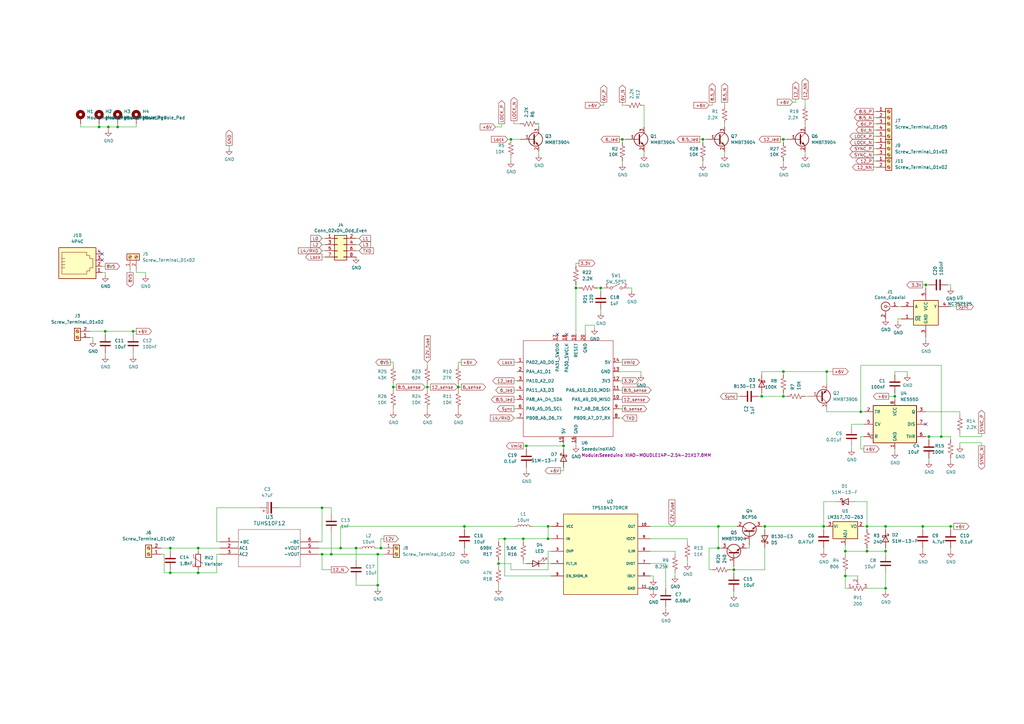
<source format=kicad_sch>
(kicad_sch (version 20230121) (generator eeschema)
  (paper "A3")
  (title_block (title "LWA-NA Timing Monitor") (date "2023-02-08") (rev "3") (company "LWA"))
  (lib_symbols
    (symbol "74xGxx:NC7SZ125M5X"
      (property "Reference" "U" (at -5.08 6.35 0))
      (property "Value" "NC7SZ125M5X" (at 7.62 6.35 0))
      (symbol "NC7SZ125M5X_1_1"
        (pin input line (at -10.16 -2.54 0) (length 5.08) (name "~{OE}") (number "1"))
        (pin input line (at -10.16 2.54 0) (length 5.08) (name "A") (number "2"))
        (pin power_in line (at 0 -10.16 90) (length 5.08) (name "GND") (number "3"))
        (pin output line (at 10.16 2.54 180) (length 5.08) (name "Y") (number "4"))
        (pin power_in line (at 0 10.16 270) (length 5.08) (name "VCC") (number "5"))
      )
    )
    (symbol "Connector:4P4C" (pin_names (offset 1.016))
      (property "Reference" "J" (at -5.08 8.89 0))
      (property "Value" "4P4C" (at 2.54 8.89 0))
      (symbol "4P4C_1_1"
        (pin passive line (at 10.16 -2.54 180) (length 2.54) (name "~") (number "1"))
        (pin passive line (at 10.16 0 180) (length 2.54) (name "~") (number "2"))
        (pin passive line (at 10.16 2.54 180) (length 2.54) (name "~") (number "3"))
        (pin passive line (at 10.16 5.08 180) (length 2.54) (name "~") (number "4"))
      )
    )
    (symbol "Connector:Conn_Coaxial" (pin_names (offset 1.016) hide)
      (property "Reference" "J" (at 0.254 3.048 0))
      (property "Value" "Conn_Coaxial" (at 2.921 0 90))
      (symbol "Conn_Coaxial_1_1"
        (pin passive line (at -5.08 0 0) (length 2.54) (name "In") (number "1"))
        (pin passive line (at 0 -5.08 90) (length 2.54) (name "Ext") (number "2"))
      )
    )
    (symbol "Connector:Screw_Terminal_01x02" (pin_names (offset 1.016) hide)
      (property "Reference" "J" (at 0 2.54 0))
      (property "Value" "Screw_Terminal_01x02" (at 0 -5.08 0))
      (symbol "Screw_Terminal_01x02_1_1"
        (pin passive line (at -5.08 0 0) (length 3.81) (name "Pin_1") (number "1"))
        (pin passive line (at -5.08 -2.54 0) (length 3.81) (name "Pin_2") (number "2"))
      )
    )
    (symbol "Connector:Screw_Terminal_01x03" (pin_names (offset 1.016) hide)
      (property "Reference" "J" (at 0 5.08 0))
      (property "Value" "Screw_Terminal_01x03" (at 0 -5.08 0))
      (symbol "Screw_Terminal_01x03_1_1"
        (pin passive line (at -5.08 2.54 0) (length 3.81) (name "Pin_1") (number "1"))
        (pin passive line (at -5.08 0 0) (length 3.81) (name "Pin_2") (number "2"))
        (pin passive line (at -5.08 -2.54 0) (length 3.81) (name "Pin_3") (number "3"))
      )
    )
    (symbol "Connector:Screw_Terminal_01x05" (pin_names (offset 1.016) hide)
      (property "Reference" "J" (at 0 7.62 0))
      (property "Value" "Screw_Terminal_01x05" (at 0 -7.62 0))
      (symbol "Screw_Terminal_01x05_1_1"
        (pin passive line (at -5.08 5.08 0) (length 3.81) (name "Pin_1") (number "1"))
        (pin passive line (at -5.08 2.54 0) (length 3.81) (name "Pin_2") (number "2"))
        (pin passive line (at -5.08 0 0) (length 3.81) (name "Pin_3") (number "3"))
        (pin passive line (at -5.08 -2.54 0) (length 3.81) (name "Pin_4") (number "4"))
        (pin passive line (at -5.08 -5.08 0) (length 3.81) (name "Pin_5") (number "5"))
      )
    )
    (symbol "Connector_Generic:Conn_02x04_Odd_Even" (pin_names (offset 1.016) hide)
      (property "Reference" "J" (at 1.27 5.08 0))
      (property "Value" "Conn_02x04_Odd_Even" (at 1.27 -7.62 0))
      (symbol "Conn_02x04_Odd_Even_1_1"
        (pin passive line (at -5.08 2.54 0) (length 3.81) (name "Pin_1") (number "1"))
        (pin passive line (at 7.62 2.54 180) (length 3.81) (name "Pin_2") (number "2"))
        (pin passive line (at -5.08 0 0) (length 3.81) (name "Pin_3") (number "3"))
        (pin passive line (at 7.62 0 180) (length 3.81) (name "Pin_4") (number "4"))
        (pin passive line (at -5.08 -2.54 0) (length 3.81) (name "Pin_5") (number "5"))
        (pin passive line (at 7.62 -2.54 180) (length 3.81) (name "Pin_6") (number "6"))
        (pin passive line (at -5.08 -5.08 0) (length 3.81) (name "Pin_7") (number "7"))
        (pin passive line (at 7.62 -5.08 180) (length 3.81) (name "Pin_8") (number "8"))
      )
    )
    (symbol "Device:C" (pin_numbers hide) (pin_names (offset 0.254))
      (property "Reference" "C" (at 0.635 2.54 0))
      (property "Value" "C" (at 0.635 -2.54 0))
      (symbol "C_1_1"
        (pin passive line (at 0 3.81 270) (length 2.794) (name "~") (number "1"))
        (pin passive line (at 0 -3.81 90) (length 2.794) (name "~") (number "2"))
      )
    )
    (symbol "Device:C_Polarized" (pin_numbers hide) (pin_names (offset 0.254))
      (property "Reference" "C" (at 0.635 2.54 0))
      (property "Value" "C_Polarized" (at 0.635 -2.54 0))
      (symbol "C_Polarized_1_1"
        (pin passive line (at 0 3.81 270) (length 2.794) (name "~") (number "1"))
        (pin passive line (at 0 -3.81 90) (length 2.794) (name "~") (number "2"))
      )
    )
    (symbol "Device:D_Schottky" (pin_numbers hide) (pin_names (offset 1.016) hide)
      (property "Reference" "D" (at 0 2.54 0))
      (property "Value" "D_Schottky" (at 0 -2.54 0))
      (symbol "D_Schottky_1_1"
        (pin passive line (at -3.81 0 0) (length 2.54) (name "K") (number "1"))
        (pin passive line (at 3.81 0 180) (length 2.54) (name "A") (number "2"))
      )
    )
    (symbol "Device:L" (pin_numbers hide) (pin_names (offset 1.016) hide)
      (property "Reference" "L" (at -1.27 0 90))
      (property "Value" "L" (at 1.905 0 90))
      (symbol "L_1_1"
        (pin passive line (at 0 3.81 270) (length 1.27) (name "1") (number "1"))
        (pin passive line (at 0 -3.81 90) (length 1.27) (name "2") (number "2"))
      )
    )
    (symbol "Device:LED" (pin_numbers hide) (pin_names (offset 1.016) hide)
      (property "Reference" "D" (at 0 2.54 0))
      (property "Value" "LED" (at 0 -2.54 0))
      (symbol "LED_1_1"
        (pin passive line (at -3.81 0 0) (length 2.54) (name "K") (number "1"))
        (pin passive line (at 3.81 0 180) (length 2.54) (name "A") (number "2"))
      )
    )
    (symbol "Device:R_Potentiometer_Trim_US" (pin_names (offset 1.016) hide)
      (property "Reference" "RV" (at -4.445 0 90))
      (property "Value" "R_Potentiometer_Trim_US" (at -2.54 0 90))
      (symbol "R_Potentiometer_Trim_US_1_1"
        (pin passive line (at 0 3.81 270) (length 1.27) (name "1") (number "1"))
        (pin passive line (at 3.81 0 180) (length 1.27) (name "2") (number "2"))
        (pin passive line (at 0 -3.81 90) (length 1.27) (name "3") (number "3"))
      )
    )
    (symbol "Device:R_US" (pin_numbers hide) (pin_names (offset 0))
      (property "Reference" "R" (at 2.54 0 90))
      (property "Value" "R_US" (at -2.54 0 90))
      (symbol "R_US_1_1"
        (pin passive line (at 0 3.81 270) (length 1.27) (name "~") (number "1"))
        (pin passive line (at 0 -3.81 90) (length 1.27) (name "~") (number "2"))
      )
    )
    (symbol "Device:Varistor" (pin_numbers hide) (pin_names (offset 0))
      (property "Reference" "RV" (at 3.175 0 90))
      (property "Value" "Varistor" (at -3.175 0 90))
      (symbol "Varistor_0_0"
        (text "U" (at -1.778 -2.032 0) (effects (font (size 1.27 1.27))))
      )
      (symbol "Varistor_1_1"
        (pin passive line (at 0 3.81 270) (length 1.27) (name "~") (number "1"))
        (pin passive line (at 0 -3.81 90) (length 1.27) (name "~") (number "2"))
      )
    )
    (symbol "Diode:B130-E3" (pin_numbers hide) (pin_names hide)
      (property "Reference" "D" (at 0 2.54 0))
      (property "Value" "B130-E3" (at 0 -2.54 0))
      (symbol "B130-E3_1_1"
        (pin passive line (at -3.81 0 0) (length 2.54) (name "K") (number "1"))
        (pin passive line (at 3.81 0 180) (length 2.54) (name "A") (number "2"))
      )
    )
    (symbol "MCU_Module:SeeeduinoXIAO" (pin_names (offset 1.016))
      (property "Reference" "U2" (at 4.7341 -21.59 0))
      (property "Value" "SeeeduinoXIAO" (at 4.7341 -24.13 0))
      (property "Footprint" "Seeeduino-XIAO:Seeeduino XIAO-MOUDLE14P-2.54-21X17.8MM" (at -8.89 5.08 0))
      (symbol "SeeeduinoXIAO_1_1"
        (pin unspecified line (at -21.59 11.43 0) (length 2.54) (name "PA02_A0_D0") (number "1"))
        (pin unspecified line (at 20.32 -3.81 180) (length 2.54) (name "PA5_A9_D9_MISO") (number "10"))
        (pin unspecified line (at 20.32 0 180) (length 2.54) (name "PA6_A10_D10_MOSI") (number "11"))
        (pin unspecified line (at 20.32 3.81 180) (length 2.54) (name "3V3") (number "12"))
        (pin unspecified line (at 20.32 7.62 180) (length 2.54) (name "GND") (number "13"))
        (pin unspecified line (at 20.32 11.43 180) (length 2.54) (name "5V") (number "14"))
        (pin input line (at -2.54 -21.59 90) (length 2.54) (name "5V") (number "15"))
        (pin input line (at 2.54 -21.59 90) (length 2.54) (name "GND") (number "16"))
        (pin input line (at -5.08 22.86 270) (length 2.54) (name "PA31_SWDIO") (number "17"))
        (pin input line (at -1.27 22.86 270) (length 2.54) (name "PA30_SWCLK") (number "18"))
        (pin input line (at 2.54 22.86 270) (length 2.54) (name "RESET") (number "19"))
        (pin unspecified line (at -21.59 7.62 0) (length 2.54) (name "PA4_A1_D1") (number "2"))
        (pin input line (at 6.35 22.86 270) (length 2.54) (name "GND") (number "20"))
        (pin unspecified line (at -21.59 3.81 0) (length 2.54) (name "PA10_A2_D2") (number "3"))
        (pin unspecified line (at -21.59 0 0) (length 2.54) (name "PA11_A3_D3") (number "4"))
        (pin unspecified line (at -21.59 -3.81 0) (length 2.54) (name "PA8_A4_D4_SDA") (number "5"))
        (pin unspecified line (at -21.59 -7.62 0) (length 2.54) (name "PA9_A5_D5_SCL") (number "6"))
        (pin unspecified line (at -21.59 -11.43 0) (length 2.54) (name "PB08_A6_D6_TX") (number "7"))
        (pin unspecified line (at 20.32 -11.43 180) (length 2.54) (name "PB09_A7_D7_RX") (number "8"))
        (pin unspecified line (at 20.32 -7.62 180) (length 2.54) (name "PA7_A8_D8_SCK") (number "9"))
      )
    )
    (symbol "Mechanical:MountingHole_Pad" (pin_numbers hide) (pin_names (offset 1.016) hide)
      (property "Reference" "H" (at 0 6.35 0))
      (property "Value" "MountingHole_Pad" (at 0 4.445 0))
      (symbol "MountingHole_Pad_1_1"
        (pin input line (at 0 -2.54 90) (length 2.54) (name "1") (number "1"))
      )
    )
    (symbol "Power_Management:TPS16417DRCR" (pin_names (offset 1.016))
      (property "Reference" "U" (at -4.7244 1.4986 0))
      (property "Value" "TPS16417DRCR" (at -5.3594 -1.0414 0))
      (symbol "TPS16417DRCR_0_0"
        (pin input line (at 0 -5.08 0) (length 5.08) (name "IN") (number "1"))
        (pin output line (at 40.64 0 180) (length 5.08) (name "OUT") (number "10"))
        (pin power_in line (at 40.64 -25.4 180) (length 5.08) (name "GND") (number "11"))
        (pin power_in line (at 0 0 0) (length 5.08) (name "VCC") (number "2"))
        (pin passive line (at 0 -10.16 0) (length 5.08) (name "OVP") (number "3"))
        (pin passive line (at 0 -15.24 0) (length 5.08) (name "FLT_N") (number "4"))
        (pin input line (at 0 -20.32 0) (length 5.08) (name "EN_SHDN_N") (number "5"))
        (pin passive line (at 40.64 -20.32 180) (length 5.08) (name "IDLY") (number "6"))
        (pin passive line (at 40.64 -15.24 180) (length 5.08) (name "DVDT") (number "7"))
        (pin passive line (at 40.64 -10.16 180) (length 5.08) (name "ILIM") (number "8"))
        (pin passive line (at 40.64 -5.08 180) (length 5.08) (name "IOCP") (number "9"))
      )
    )
    (symbol "Regulator_Linear:LM317_TO-263" (pin_names (offset 0.254))
      (property "Reference" "U" (at -3.81 3.175 0))
      (property "Value" "LM317_TO-263" (at 0 3.175 0))
      (symbol "LM317_TO-263_1_1"
        (pin input line (at 0 -7.62 90) (length 2.54) (name "ADJ") (number "1"))
        (pin power_out line (at 7.62 0 180) (length 2.54) (name "VO") (number "2"))
        (pin power_in line (at -7.62 0 0) (length 2.54) (name "VI") (number "3"))
      )
    )
    (symbol "Switch:SW_SPST" (pin_names (offset 0) hide)
      (property "Reference" "SW" (at 0 3.175 0))
      (property "Value" "SW_SPST" (at 0 -2.54 0))
      (symbol "SW_SPST_1_1"
        (pin passive line (at -5.08 0 0) (length 2.54) (name "A") (number "1"))
        (pin passive line (at 5.08 0 180) (length 2.54) (name "B") (number "2"))
      )
    )
    (symbol "TUHS5:TUHS5F05" (pin_names (offset 0.254))
      (property "Reference" "U" (at 20.32 10.16 0))
      (property "Value" "TUHS5F05" (at 20.32 7.62 0))
      (symbol "TUHS5F05_0_1"
        (pin unspecified line (at 0 0 0) (length 7.62) (name "+BC") (number "1"))
        (pin unspecified line (at 0 -2.54 0) (length 7.62) (name "AC1") (number "2"))
        (pin unspecified line (at 0 -5.08 0) (length 7.62) (name "AC2") (number "3"))
        (pin output line (at 40.64 -5.08 180) (length 7.62) (name "-VOUT") (number "4"))
        (pin output line (at 40.64 -2.54 180) (length 7.62) (name "+VOUT") (number "5"))
        (pin unspecified line (at 40.64 0 180) (length 7.62) (name "-BC") (number "6"))
      )
    )
    (symbol "Timer:NE555D"
      (property "Reference" "U" (at -10.16 8.89 0))
      (property "Value" "NE555D" (at 2.54 8.89 0))
      (symbol "NE555D_0_0"
        (pin power_in line (at 0 -10.16 90) (length 2.54) (name "GND") (number "1"))
        (pin power_in line (at 0 10.16 270) (length 2.54) (name "VCC") (number "8"))
      )
      (symbol "NE555D_1_1"
        (pin input line (at -12.7 5.08 0) (length 3.81) (name "TR") (number "2"))
        (pin output line (at 12.7 5.08 180) (length 3.81) (name "Q") (number "3"))
        (pin input inverted (at -12.7 -5.08 0) (length 3.81) (name "R") (number "4"))
        (pin input line (at -12.7 0 0) (length 3.81) (name "CV") (number "5"))
        (pin input line (at 12.7 -5.08 180) (length 3.81) (name "THR") (number "6"))
        (pin input line (at 12.7 0 180) (length 3.81) (name "DIS") (number "7"))
      )
    )
    (symbol "Transistor_BJT:BCP56" (pin_names (offset 0) hide)
      (property "Reference" "Q" (at 5.08 1.905 0))
      (property "Value" "BCP56" (at 5.08 0 0))
      (symbol "BCP56_1_1"
        (pin input line (at -5.08 0 0) (length 5.715) (name "B") (number "1"))
        (pin passive line (at 2.54 5.08 270) (length 2.54) (name "C") (number "2"))
        (pin passive line (at 2.54 -5.08 90) (length 2.54) (name "E") (number "3"))
        (pin passive line (at 2.54 5.08 270) (length 2.54) hide (name "C") (number "4"))
      )
    )
    (symbol "Transistor_BJT:MMBT3904" (pin_names (offset 0) hide)
      (property "Reference" "Q" (at 5.08 1.905 0))
      (property "Value" "MMBT3904" (at 5.08 0 0))
      (symbol "MMBT3904_1_1"
        (pin input line (at -5.08 0 0) (length 5.715) (name "B") (number "1"))
        (pin passive line (at 2.54 -5.08 90) (length 2.54) (name "E") (number "2"))
        (pin passive line (at 2.54 5.08 270) (length 2.54) (name "C") (number "3"))
      )
    )
    (symbol "Transistor_BJT:MMBT3906" (pin_names (offset 0) hide)
      (property "Reference" "Q" (at 5.08 1.905 0))
      (property "Value" "MMBT3906" (at 5.08 0 0))
      (symbol "MMBT3906_1_1"
        (pin input line (at -5.08 0 0) (length 5.715) (name "B") (number "1"))
        (pin passive line (at 2.54 -5.08 90) (length 2.54) (name "E") (number "2"))
        (pin passive line (at 2.54 5.08 270) (length 2.54) (name "C") (number "3"))
      )
    )
    (symbol "power:GND" (power) (pin_names (offset 0))
      (property "Value" "GND" (at 0 -3.81 0))
      (symbol "GND_1_1"
        (pin power_in line (at 0 0 270) (length 0) hide (name "GND") (number "1"))
      )
    )
  )
  (junction (at 294.64 224.79))
  (junction (at 69.85 234.95))
  (junction (at 209.55 57.15))
  (junction (at 156.21 224.79))
  (junction (at 300.99 233.68))
  (junction (at 312.42 162.56))
  (junction (at 363.22 241.3))
  (junction (at 355.6 215.9))
  (junction (at 363.22 226.06))
  (junction (at 40.64 52.07))
  (junction (at 353.06 168.91))
  (junction (at 69.85 224.79))
  (junction (at 43.18 135.89))
  (junction (at 175.26 158.75))
  (junction (at 378.46 215.9))
  (junction (at 363.22 215.9))
  (junction (at 294.64 215.9))
  (junction (at 288.29 57.15))
  (junction (at 146.05 224.79))
  (junction (at 381 179.07))
  (junction (at 154.94 227.33))
  (junction (at 44.45 52.07))
  (junction (at 132.08 208.28))
  (junction (at 214.63 220.98))
  (junction (at 339.09 152.4))
  (junction (at 386.08 179.07))
  (junction (at 321.31 152.4))
  (junction (at 161.29 158.75))
  (junction (at 215.9 182.88))
  (junction (at 236.22 118.11))
  (junction (at 367.03 162.56))
  (junction (at 321.31 57.15))
  (junction (at 379.73 116.84))
  (junction (at 81.28 224.79))
  (junction (at 313.69 215.9))
  (junction (at 224.79 220.98))
  (junction (at 190.5 215.9))
  (junction (at 346.71 236.22))
  (junction (at 187.96 158.75))
  (junction (at 346.71 226.06))
  (junction (at 255.27 57.15))
  (junction (at 139.7 224.79))
  (junction (at 231.14 182.88))
  (junction (at 224.79 215.9))
  (junction (at 337.82 215.9))
  (junction (at 355.6 226.06))
  (junction (at 132.08 227.33))
  (junction (at 389.89 215.9))
  (junction (at 154.94 240.03))
  (junction (at 48.26 52.07))
  (junction (at 135.89 227.33))
  (junction (at 246.38 118.11))
  (junction (at 204.47 231.14))
  (junction (at 54.61 135.89))
  (junction (at 321.31 162.56))
  (junction (at 81.28 234.95))
  (junction (at 207.01 220.98))
  (no_connect (at 228.6 137.16))
  (no_connect (at 232.41 137.16))
  (no_connect (at 41.91 104.14))
  (no_connect (at 41.91 106.68))
  (no_connect (at 379.73 173.99))
  (wire (pts (xy 266.7 220.98) (xy 281.94 220.98)))
  (wire (pts (xy 207.01 220.98) (xy 214.63 220.98)))
  (wire (pts (xy 40.64 52.07) (xy 44.45 52.07)))
  (wire (pts (xy 214.63 231.14) (xy 215.9 231.14)))
  (wire (pts (xy 204.47 241.3) (xy 204.47 240.03)))
  (wire (pts (xy 339.09 152.4) (xy 341.63 152.4)))
  (wire (pts (xy 69.85 233.68) (xy 69.85 234.95)))
  (wire (pts (xy 355.6 215.9) (xy 355.6 217.17)))
  (wire (pts (xy 189.23 148.59) (xy 187.96 148.59)))
  (wire (pts (xy 276.86 236.22) (xy 276.86 234.95)))
  (wire (pts (xy 55.88 111.76) (xy 59.69 111.76)))
  (wire (pts (xy 204.47 222.25) (xy 204.47 220.98)))
  (wire (pts (xy 156.21 220.98) (xy 156.21 224.79)))
  (wire (pts (xy 379.73 139.7) (xy 379.73 138.43)))
  (wire (pts (xy 224.79 215.9) (xy 226.06 215.9)))
  (wire (pts (xy 245.11 118.11) (xy 246.38 118.11)))
  (wire (pts (xy 55.88 50.8) (xy 55.88 52.07)))
  (wire (pts (xy 243.84 134.62) (xy 243.84 133.35)))
  (wire (pts (xy 364.49 162.56) (xy 367.03 162.56)))
  (wire (pts (xy 204.47 220.98) (xy 207.01 220.98)))
  (wire (pts (xy 210.82 156.21) (xy 212.09 156.21)))
  (wire (pts (xy 363.22 217.17) (xy 363.22 215.9)))
  (wire (pts (xy 157.48 227.33) (xy 154.94 227.33)))
  (wire (pts (xy 154.94 224.79) (xy 156.21 224.79)))
  (wire (pts (xy 358.14 58.42) (xy 359.41 58.42)))
  (wire (pts (xy 210.82 171.45) (xy 212.09 171.45)))
  (wire (pts (xy 281.94 231.14) (xy 281.94 229.87)))
  (wire (pts (xy 255.27 41.91) (xy 255.27 43.18)))
  (wire (pts (xy 266.7 215.9) (xy 294.64 215.9)))
  (wire (pts (xy 369.57 125.73) (xy 368.3 125.73)))
  (wire (pts (xy 378.46 215.9) (xy 378.46 217.17)))
  (wire (pts (xy 297.18 50.8) (xy 297.18 52.07)))
  (wire (pts (xy 209.55 57.15) (xy 213.36 57.15)))
  (wire (pts (xy 215.9 184.15) (xy 215.9 182.88)))
  (wire (pts (xy 297.18 63.5) (xy 297.18 62.23)))
  (wire (pts (xy 255.27 43.18) (xy 256.54 43.18)))
  (wire (pts (xy 350.52 205.74) (xy 355.6 205.74)))
  (wire (pts (xy 210.82 49.53) (xy 210.82 50.8)))
  (wire (pts (xy 231.14 182.88) (xy 231.14 181.61)))
  (wire (pts (xy 114.3 208.28) (xy 132.08 208.28)))
  (wire (pts (xy 33.02 50.8) (xy 33.02 52.07)))
  (wire (pts (xy 187.96 158.75) (xy 189.23 158.75)))
  (wire (pts (xy 330.2 40.64) (xy 330.2 43.18)))
  (wire (pts (xy 81.28 234.95) (xy 88.9 234.95)))
  (wire (pts (xy 210.82 163.83) (xy 212.09 163.83)))
  (wire (pts (xy 132.08 102.87) (xy 133.35 102.87)))
  (wire (pts (xy 290.83 233.68) (xy 290.83 224.79)))
  (wire (pts (xy 259.08 119.38) (xy 259.08 118.11)))
  (wire (pts (xy 132.08 208.28) (xy 132.08 222.25)))
  (wire (pts (xy 363.22 215.9) (xy 355.6 215.9)))
  (wire (pts (xy 297.18 41.91) (xy 297.18 43.18)))
  (wire (pts (xy 381 179.07) (xy 386.08 179.07)))
  (wire (pts (xy 255.27 167.64) (xy 254 167.64)))
  (wire (pts (xy 161.29 158.75) (xy 162.56 158.75)))
  (wire (pts (xy 135.89 233.68) (xy 132.08 233.68)))
  (wire (pts (xy 369.57 130.81) (xy 368.3 130.81)))
  (wire (pts (xy 161.29 148.59) (xy 160.02 148.59)))
  (wire (pts (xy 132.08 100.33) (xy 133.35 100.33)))
  (wire (pts (xy 379.73 116.84) (xy 381 116.84)))
  (wire (pts (xy 43.18 135.89) (xy 36.83 135.89)))
  (wire (pts (xy 88.9 208.28) (xy 88.9 222.25)))
  (wire (pts (xy 363.22 241.3) (xy 363.22 234.95)))
  (wire (pts (xy 386.08 179.07) (xy 389.89 179.07)))
  (wire (pts (xy 209.55 233.68) (xy 209.55 231.14)))
  (wire (pts (xy 273.05 241.3) (xy 273.05 231.14)))
  (wire (pts (xy 349.25 173.99) (xy 349.25 175.26)))
  (wire (pts (xy 59.69 111.76) (xy 59.69 113.03)))
  (wire (pts (xy 132.08 227.33) (xy 130.81 227.33)))
  (wire (pts (xy 223.52 231.14) (xy 226.06 231.14)))
  (wire (pts (xy 132.08 105.41) (xy 133.35 105.41)))
  (wire (pts (xy 389.89 179.07) (xy 389.89 180.34)))
  (wire (pts (xy 66.04 227.33) (xy 67.31 227.33)))
  (wire (pts (xy 273.05 250.19) (xy 273.05 248.92)))
  (wire (pts (xy 353.06 184.15) (xy 354.33 184.15)))
  (wire (pts (xy 226.06 226.06) (xy 224.79 226.06)))
  (wire (pts (xy 208.28 57.15) (xy 209.55 57.15)))
  (wire (pts (xy 393.7 170.18) (xy 393.7 168.91)))
  (wire (pts (xy 66.04 224.79) (xy 69.85 224.79)))
  (wire (pts (xy 38.1 139.7) (xy 38.1 138.43)))
  (wire (pts (xy 393.7 181.61) (xy 393.7 182.88)))
  (wire (pts (xy 54.61 146.05) (xy 54.61 144.78)))
  (wire (pts (xy 367.03 162.56) (xy 367.03 163.83)))
  (wire (pts (xy 210.82 50.8) (xy 213.36 50.8)))
  (wire (pts (xy 358.14 63.5) (xy 359.41 63.5)))
  (wire (pts (xy 321.31 162.56) (xy 322.58 162.56)))
  (wire (pts (xy 255.27 67.31) (xy 255.27 66.04)))
  (wire (pts (xy 236.22 118.11) (xy 236.22 116.84)))
  (wire (pts (xy 363.22 241.3) (xy 363.22 242.57)))
  (wire (pts (xy 135.89 227.33) (xy 132.08 227.33)))
  (wire (pts (xy 288.29 57.15) (xy 289.56 57.15)))
  (wire (pts (xy 215.9 193.04) (xy 215.9 191.77)))
  (wire (pts (xy 389.89 116.84) (xy 388.62 116.84)))
  (wire (pts (xy 255.27 148.59) (xy 254 148.59)))
  (wire (pts (xy 339.09 167.64) (xy 339.09 168.91)))
  (wire (pts (xy 300.99 233.68) (xy 300.99 232.41)))
  (wire (pts (xy 54.61 137.16) (xy 54.61 135.89)))
  (wire (pts (xy 312.42 152.4) (xy 321.31 152.4)))
  (wire (pts (xy 378.46 226.06) (xy 378.46 224.79)))
  (wire (pts (xy 81.28 224.79) (xy 81.28 226.06)))
  (wire (pts (xy 363.22 224.79) (xy 363.22 226.06)))
  (wire (pts (xy 276.86 226.06) (xy 276.86 227.33)))
  (wire (pts (xy 392.43 125.73) (xy 389.89 125.73)))
  (wire (pts (xy 43.18 109.22) (xy 41.91 109.22)))
  (wire (pts (xy 389.89 215.9) (xy 378.46 215.9)))
  (wire (pts (xy 294.64 224.79) (xy 294.64 215.9)))
  (wire (pts (xy 300.99 243.84) (xy 300.99 242.57)))
  (wire (pts (xy 135.89 208.28) (xy 132.08 208.28)))
  (wire (pts (xy 67.31 234.95) (xy 69.85 234.95)))
  (wire (pts (xy 379.73 116.84) (xy 379.73 118.11)))
  (wire (pts (xy 313.69 217.17) (xy 313.69 215.9)))
  (wire (pts (xy 255.27 171.45) (xy 254 171.45)))
  (wire (pts (xy 292.1 233.68) (xy 290.83 233.68)))
  (wire (pts (xy 354.33 179.07) (xy 353.06 179.07)))
  (wire (pts (xy 290.83 224.79) (xy 294.64 224.79)))
  (wire (pts (xy 389.89 217.17) (xy 389.89 215.9)))
  (wire (pts (xy 292.1 43.18) (xy 290.83 43.18)))
  (wire (pts (xy 147.32 100.33) (xy 146.05 100.33)))
  (wire (pts (xy 161.29 158.75) (xy 161.29 160.02)))
  (wire (pts (xy 132.08 222.25) (xy 130.81 222.25)))
  (wire (pts (xy 204.47 231.14) (xy 204.47 229.87)))
  (wire (pts (xy 255.27 160.02) (xy 254 160.02)))
  (wire (pts (xy 262.89 152.4) (xy 262.89 153.67)))
  (wire (pts (xy 367.03 184.15) (xy 367.03 185.42)))
  (wire (pts (xy 132.08 97.79) (xy 133.35 97.79)))
  (wire (pts (xy 88.9 227.33) (xy 90.17 227.33)))
  (wire (pts (xy 55.88 110.49) (xy 55.88 111.76)))
  (wire (pts (xy 358.14 66.04) (xy 359.41 66.04)))
  (wire (pts (xy 69.85 224.79) (xy 81.28 224.79)))
  (wire (pts (xy 346.71 223.52) (xy 346.71 226.06)))
  (wire (pts (xy 342.9 205.74) (xy 337.82 205.74)))
  (wire (pts (xy 378.46 116.84) (xy 379.73 116.84)))
  (wire (pts (xy 367.03 152.4) (xy 372.11 152.4)))
  (wire (pts (xy 339.09 168.91) (xy 353.06 168.91)))
  (wire (pts (xy 44.45 52.07) (xy 48.26 52.07)))
  (wire (pts (xy 81.28 224.79) (xy 90.17 224.79)))
  (wire (pts (xy 43.18 146.05) (xy 43.18 144.78)))
  (wire (pts (xy 281.94 220.98) (xy 281.94 222.25)))
  (wire (pts (xy 40.64 52.07) (xy 40.64 50.8)))
  (wire (pts (xy 81.28 233.68) (xy 81.28 234.95)))
  (wire (pts (xy 402.59 177.8) (xy 402.59 179.07)))
  (wire (pts (xy 53.34 111.76) (xy 53.34 110.49)))
  (wire (pts (xy 353.06 179.07) (xy 353.06 184.15)))
  (wire (pts (xy 254 152.4) (xy 262.89 152.4)))
  (wire (pts (xy 337.82 215.9) (xy 337.82 217.17)))
  (wire (pts (xy 146.05 237.49) (xy 146.05 240.03)))
  (wire (pts (xy 288.29 67.31) (xy 288.29 66.04)))
  (wire (pts (xy 349.25 182.88) (xy 349.25 184.15)))
  (wire (pts (xy 312.42 162.56) (xy 321.31 162.56)))
  (wire (pts (xy 157.48 220.98) (xy 156.21 220.98)))
  (wire (pts (xy 389.89 215.9) (xy 391.16 215.9)))
  (wire (pts (xy 214.63 229.87) (xy 214.63 231.14)))
  (wire (pts (xy 41.91 111.76) (xy 43.18 111.76)))
  (wire (pts (xy 311.15 162.56) (xy 312.42 162.56)))
  (wire (pts (xy 229.87 193.04) (xy 231.14 193.04)))
  (wire (pts (xy 259.08 118.11) (xy 257.81 118.11)))
  (wire (pts (xy 313.69 224.79) (xy 313.69 233.68)))
  (wire (pts (xy 306.07 224.79) (xy 307.34 224.79)))
  (wire (pts (xy 175.26 168.91) (xy 175.26 167.64)))
  (wire (pts (xy 363.22 226.06) (xy 355.6 226.06)))
  (wire (pts (xy 267.97 236.22) (xy 267.97 237.49)))
  (wire (pts (xy 236.22 109.22) (xy 236.22 107.95)))
  (wire (pts (xy 321.31 153.67) (xy 321.31 152.4)))
  (wire (pts (xy 254 57.15) (xy 255.27 57.15)))
  (wire (pts (xy 204.47 232.41) (xy 204.47 231.14)))
  (wire (pts (xy 231.14 193.04) (xy 231.14 191.77)))
  (wire (pts (xy 187.96 168.91) (xy 187.96 167.64)))
  (wire (pts (xy 386.08 149.86) (xy 386.08 179.07)))
  (wire (pts (xy 205.74 52.07) (xy 205.74 50.8)))
  (wire (pts (xy 226.06 220.98) (xy 224.79 220.98)))
  (wire (pts (xy 246.38 128.27) (xy 246.38 127)))
  (wire (pts (xy 218.44 215.9) (xy 224.79 215.9)))
  (wire (pts (xy 358.14 60.96) (xy 359.41 60.96)))
  (wire (pts (xy 389.89 226.06) (xy 389.89 224.79)))
  (wire (pts (xy 203.2 52.07) (xy 205.74 52.07)))
  (wire (pts (xy 313.69 215.9) (xy 312.42 215.9)))
  (wire (pts (xy 363.22 226.06) (xy 363.22 227.33)))
  (wire (pts (xy 214.63 182.88) (xy 215.9 182.88)))
  (wire (pts (xy 354.33 168.91) (xy 353.06 168.91)))
  (wire (pts (xy 330.2 162.56) (xy 331.47 162.56)))
  (wire (pts (xy 330.2 63.5) (xy 330.2 62.23)))
  (wire (pts (xy 353.06 149.86) (xy 386.08 149.86)))
  (wire (pts (xy 295.91 224.79) (xy 294.64 224.79)))
  (wire (pts (xy 381 187.96) (xy 381 189.23)))
  (wire (pts (xy 154.94 227.33) (xy 135.89 227.33)))
  (wire (pts (xy 381 179.07) (xy 381 180.34)))
  (wire (pts (xy 312.42 153.67) (xy 312.42 152.4)))
  (wire (pts (xy 146.05 240.03) (xy 154.94 240.03)))
  (wire (pts (xy 44.45 52.07) (xy 44.45 53.34)))
  (wire (pts (xy 255.27 57.15) (xy 255.27 58.42)))
  (wire (pts (xy 294.64 215.9) (xy 302.26 215.9)))
  (wire (pts (xy 236.22 182.88) (xy 236.22 181.61)))
  (wire (pts (xy 139.7 215.9) (xy 190.5 215.9)))
  (wire (pts (xy 146.05 229.87) (xy 146.05 224.79)))
  (wire (pts (xy 210.82 167.64) (xy 212.09 167.64)))
  (wire (pts (xy 267.97 241.3) (xy 267.97 242.57)))
  (wire (pts (xy 288.29 57.15) (xy 288.29 58.42)))
  (wire (pts (xy 187.96 158.75) (xy 187.96 160.02)))
  (wire (pts (xy 88.9 234.95) (xy 88.9 227.33)))
  (wire (pts (xy 358.14 45.72) (xy 359.41 45.72)))
  (wire (pts (xy 346.71 226.06) (xy 355.6 226.06)))
  (wire (pts (xy 402.59 182.88) (xy 402.59 181.61)))
  (wire (pts (xy 346.71 236.22) (xy 346.71 241.3)))
  (wire (pts (xy 276.86 226.06) (xy 266.7 226.06)))
  (wire (pts (xy 337.82 215.9) (xy 339.09 215.9)))
  (wire (pts (xy 358.14 53.34) (xy 359.41 53.34)))
  (wire (pts (xy 156.21 224.79) (xy 157.48 224.79)))
  (wire (pts (xy 214.63 222.25) (xy 214.63 220.98)))
  (wire (pts (xy 321.31 57.15) (xy 321.31 58.42)))
  (wire (pts (xy 300.99 233.68) (xy 300.99 234.95)))
  (wire (pts (xy 175.26 158.75) (xy 176.53 158.75)))
  (wire (pts (xy 224.79 220.98) (xy 224.79 215.9)))
  (wire (pts (xy 393.7 179.07) (xy 393.7 177.8)))
  (wire (pts (xy 264.16 43.18) (xy 264.16 52.07)))
  (wire (pts (xy 67.31 227.33) (xy 67.31 234.95)))
  (wire (pts (xy 247.65 41.91) (xy 247.65 43.18)))
  (wire (pts (xy 130.81 224.79) (xy 139.7 224.79)))
  (wire (pts (xy 54.61 135.89) (xy 55.88 135.89)))
  (wire (pts (xy 379.73 168.91) (xy 393.7 168.91)))
  (wire (pts (xy 240.03 133.35) (xy 240.03 137.16)))
  (wire (pts (xy 132.08 233.68) (xy 132.08 227.33)))
  (wire (pts (xy 190.5 226.06) (xy 190.5 224.79)))
  (wire (pts (xy 48.26 50.8) (xy 48.26 52.07)))
  (wire (pts (xy 321.31 152.4) (xy 339.09 152.4)))
  (wire (pts (xy 135.89 210.82) (xy 135.89 208.28)))
  (wire (pts (xy 354.33 215.9) (xy 355.6 215.9)))
  (wire (pts (xy 381 179.07) (xy 379.73 179.07)))
  (wire (pts (xy 358.14 48.26) (xy 359.41 48.26)))
  (wire (pts (xy 187.96 157.48) (xy 187.96 158.75)))
  (wire (pts (xy 337.82 226.06) (xy 337.82 224.79)))
  (wire (pts (xy 175.26 148.59) (xy 175.26 149.86)))
  (wire (pts (xy 139.7 224.79) (xy 146.05 224.79)))
  (wire (pts (xy 106.68 208.28) (xy 88.9 208.28)))
  (wire (pts (xy 358.14 50.8) (xy 359.41 50.8)))
  (wire (pts (xy 43.18 135.89) (xy 43.18 137.16)))
  (wire (pts (xy 312.42 161.29) (xy 312.42 162.56)))
  (wire (pts (xy 43.18 135.89) (xy 54.61 135.89)))
  (wire (pts (xy 69.85 234.95) (xy 81.28 234.95)))
  (wire (pts (xy 55.88 52.07) (xy 48.26 52.07)))
  (wire (pts (xy 255.27 156.21) (xy 254 156.21)))
  (wire (pts (xy 292.1 41.91) (xy 292.1 43.18)))
  (wire (pts (xy 337.82 205.74) (xy 337.82 215.9)))
  (wire (pts (xy 299.72 233.68) (xy 300.99 233.68)))
  (wire (pts (xy 264.16 63.5) (xy 264.16 62.23)))
  (wire (pts (xy 287.02 57.15) (xy 288.29 57.15)))
  (wire (pts (xy 175.26 158.75) (xy 175.26 160.02)))
  (wire (pts (xy 214.63 220.98) (xy 224.79 220.98)))
  (wire (pts (xy 135.89 218.44) (xy 135.89 227.33)))
  (wire (pts (xy 402.59 181.61) (xy 393.7 181.61)))
  (wire (pts (xy 313.69 233.68) (xy 300.99 233.68)))
  (wire (pts (xy 224.79 233.68) (xy 209.55 233.68)))
  (wire (pts (xy 38.1 138.43) (xy 36.83 138.43)))
  (wire (pts (xy 346.71 234.95) (xy 346.71 236.22)))
  (wire (pts (xy 161.29 168.91) (xy 161.29 167.64)))
  (wire (pts (xy 224.79 226.06) (xy 224.79 233.68)))
  (wire (pts (xy 220.98 63.5) (xy 220.98 62.23)))
  (wire (pts (xy 246.38 43.18) (xy 247.65 43.18)))
  (wire (pts (xy 402.59 179.07) (xy 393.7 179.07)))
  (wire (pts (xy 210.82 160.02) (xy 212.09 160.02)))
  (wire (pts (xy 346.71 226.06) (xy 346.71 227.33)))
  (wire (pts (xy 368.3 130.81) (xy 368.3 132.08)))
  (wire (pts (xy 154.94 240.03) (xy 154.94 241.3)))
  (wire (pts (xy 326.39 41.91) (xy 326.39 40.64)))
  (wire (pts (xy 246.38 118.11) (xy 247.65 118.11)))
  (wire (pts (xy 161.29 157.48) (xy 161.29 158.75)))
  (wire (pts (xy 358.14 68.58) (xy 359.41 68.58)))
  (wire (pts (xy 215.9 182.88) (xy 231.14 182.88)))
  (wire (pts (xy 389.89 118.11) (xy 389.89 116.84)))
  (wire (pts (xy 351.79 237.49) (xy 351.79 236.22)))
  (wire (pts (xy 302.26 162.56) (xy 303.53 162.56)))
  (wire (pts (xy 93.98 59.69) (xy 93.98 60.96)))
  (wire (pts (xy 389.89 189.23) (xy 389.89 187.96)))
  (wire (pts (xy 273.05 231.14) (xy 266.7 231.14)))
  (wire (pts (xy 139.7 224.79) (xy 139.7 215.9)))
  (wire (pts (xy 147.32 102.87) (xy 146.05 102.87)))
  (wire (pts (xy 231.14 184.15) (xy 231.14 182.88)))
  (wire (pts (xy 43.18 111.76) (xy 43.18 113.03)))
  (wire (pts (xy 154.94 227.33) (xy 154.94 240.03)))
  (wire (pts (xy 354.33 173.99) (xy 349.25 173.99)))
  (wire (pts (xy 313.69 215.9) (xy 337.82 215.9)))
  (wire (pts (xy 267.97 241.3) (xy 266.7 241.3)))
  (wire (pts (xy 255.27 163.83) (xy 254 163.83)))
  (wire (pts (xy 236.22 107.95) (xy 237.49 107.95)))
  (wire (pts (xy 33.02 52.07) (xy 40.64 52.07)))
  (wire (pts (xy 339.09 157.48) (xy 339.09 152.4)))
  (wire (pts (xy 353.06 168.91) (xy 353.06 149.86)))
  (wire (pts (xy 355.6 205.74) (xy 355.6 215.9)))
  (wire (pts (xy 207.01 236.22) (xy 207.01 220.98)))
  (wire (pts (xy 367.03 161.29) (xy 367.03 162.56)))
  (wire (pts (xy 147.32 97.79) (xy 146.05 97.79)))
  (wire (pts (xy 220.98 50.8) (xy 220.98 52.07)))
  (wire (pts (xy 246.38 118.11) (xy 246.38 119.38)))
  (wire (pts (xy 190.5 215.9) (xy 210.82 215.9)))
  (wire (pts (xy 175.26 157.48) (xy 175.26 158.75)))
  (wire (pts (xy 88.9 222.25) (xy 90.17 222.25)))
  (wire (pts (xy 256.54 57.15) (xy 255.27 57.15)))
  (wire (pts (xy 226.06 236.22) (xy 207.01 236.22)))
  (wire (pts (xy 209.55 231.14) (xy 204.47 231.14)))
  (wire (pts (xy 320.04 57.15) (xy 321.31 57.15)))
  (wire (pts (xy 378.46 215.9) (xy 363.22 215.9)))
  (wire (pts (xy 321.31 67.31) (xy 321.31 66.04)))
  (wire (pts (xy 307.34 224.79) (xy 307.34 223.52)))
  (wire (pts (xy 358.14 55.88) (xy 359.41 55.88)))
  (wire (pts (xy 321.31 57.15) (xy 322.58 57.15)))
  (wire (pts (xy 187.96 148.59) (xy 187.96 149.86)))
  (wire (pts (xy 355.6 226.06) (xy 355.6 224.79)))
  (wire (pts (xy 210.82 148.59) (xy 212.09 148.59)))
  (wire (pts (xy 325.12 41.91) (xy 326.39 41.91)))
  (wire (pts (xy 346.71 241.3) (xy 347.98 241.3)))
  (wire (pts (xy 351.79 236.22) (xy 346.71 236.22)))
  (wire (pts (xy 69.85 224.79) (xy 69.85 226.06)))
  (wire (pts (xy 237.49 118.11) (xy 236.22 118.11)))
  (wire (pts (xy 321.31 161.29) (xy 321.31 162.56)))
  (wire (pts (xy 243.84 133.35) (xy 240.03 133.35)))
  (wire (pts (xy 190.5 217.17) (xy 190.5 215.9)))
  (wire (pts (xy 267.97 236.22) (xy 266.7 236.22)))
  (wire (pts (xy 367.03 152.4) (xy 367.03 153.67)))
  (wire (pts (xy 236.22 118.11) (xy 236.22 137.16)))
  (wire (pts (xy 372.11 152.4) (xy 372.11 153.67)))
  (wire (pts (xy 161.29 149.86) (xy 161.29 148.59)))
  (wire (pts (xy 330.2 50.8) (xy 330.2 52.07)))
  (wire (pts (xy 355.6 241.3) (xy 363.22 241.3)))
  (wire (pts (xy 147.32 224.79) (xy 146.05 224.79)))
  (wire (pts (xy 209.55 66.04) (xy 209.55 64.77)))
  (global_label "+6V" (shape input) (at 203.2 52.07 180) (property "Intersheetrefs" "${INTERSHEET_REFS}" (effects hide)))
  (global_label "Lock" (shape output) (at 210.82 148.59 180) (property "Intersheetrefs" "${INTERSHEET_REFS}" (effects hide)))
  (global_label "12_led" (shape output) (at 320.04 57.15 180) (property "Intersheetrefs" "${INTERSHEET_REFS}" (effects hide)))
  (global_label "TXD" (shape input) (at 147.32 102.87 0) (property "Intersheetrefs" "${INTERSHEET_REFS}" (effects hide)))
  (global_label "LOCK_N" (shape output) (at 210.82 49.53 90) (property "Intersheetrefs" "${INTERSHEET_REFS}" (effects hide)))
  (global_label "SYNC_N" (shape output) (at 402.59 182.88 270) (property "Intersheetrefs" "${INTERSHEET_REFS}" (effects hide)))
  (global_label "8.5_N" (shape output) (at 297.18 41.91 90) (property "Intersheetrefs" "${INTERSHEET_REFS}" (effects hide)))
  (global_label "8.5_sense" (shape output) (at 255.27 160.02 0) (property "Intersheetrefs" "${INTERSHEET_REFS}" (effects hide)))
  (global_label "Sync" (shape output) (at 210.82 167.64 180) (property "Intersheetrefs" "${INTERSHEET_REFS}" (effects hide)))
  (global_label "+6V" (shape input) (at 290.83 43.18 180) (property "Intersheetrefs" "${INTERSHEET_REFS}" (effects hide)))
  (global_label "12_sense" (shape output) (at 176.53 158.75 0) (property "Intersheetrefs" "${INTERSHEET_REFS}" (effects hide)))
  (global_label "12_P" (shape output) (at 326.39 40.64 90) (property "Intersheetrefs" "${INTERSHEET_REFS}" (effects hide)))
  (global_label "8V5" (shape output) (at 53.34 111.76 270) (property "Intersheetrefs" "${INTERSHEET_REFS}" (effects hide)))
  (global_label "SYNC_P" (shape output) (at 358.14 60.96 180) (property "Intersheetrefs" "${INTERSHEET_REFS}" (effects hide)))
  (global_label "+6V" (shape output) (at 391.16 215.9 0) (property "Intersheetrefs" "${INTERSHEET_REFS}" (effects hide)))
  (global_label "L4{slash}RXD" (shape input) (at 132.08 102.87 180) (property "Intersheetrefs" "${INTERSHEET_REFS}" (effects hide)))
  (global_label "6_sense" (shape output) (at 255.27 167.64 0) (property "Intersheetrefs" "${INTERSHEET_REFS}" (effects hide)))
  (global_label "8V5" (shape output) (at 160.02 148.59 180) (property "Intersheetrefs" "${INTERSHEET_REFS}" (effects hide)))
  (global_label "6V_P" (shape output) (at 247.65 41.91 90) (property "Intersheetrefs" "${INTERSHEET_REFS}" (effects hide)))
  (global_label "L0" (shape input) (at 132.08 97.79 180) (property "Intersheetrefs" "${INTERSHEET_REFS}" (effects hide)))
  (global_label "SYNC_N" (shape output) (at 358.14 63.5 180) (property "Intersheetrefs" "${INTERSHEET_REFS}" (effects hide)))
  (global_label "L4{slash}RXD" (shape input) (at 210.82 171.45 180) (property "Intersheetrefs" "${INTERSHEET_REFS}" (effects hide)))
  (global_label "Sync" (shape output) (at 392.43 125.73 0) (property "Intersheetrefs" "${INTERSHEET_REFS}" (effects hide)))
  (global_label "12_P" (shape output) (at 358.14 66.04 180) (property "Intersheetrefs" "${INTERSHEET_REFS}" (effects hide)))
  (global_label "+6V" (shape input) (at 325.12 41.91 180) (property "Intersheetrefs" "${INTERSHEET_REFS}" (effects hide)))
  (global_label "Vmid" (shape output) (at 214.63 182.88 180) (property "Intersheetrefs" "${INTERSHEET_REFS}" (effects hide)))
  (global_label "L1" (shape input) (at 147.32 97.79 0) (property "Intersheetrefs" "${INTERSHEET_REFS}" (effects hide)))
  (global_label "12V_fuse" (shape input) (at 275.59 215.9 90) (property "Intersheetrefs" "${INTERSHEET_REFS}" (effects hide)))
  (global_label "+6V" (shape output) (at 354.33 184.15 0) (property "Intersheetrefs" "${INTERSHEET_REFS}" (effects hide)))
  (global_label "6V_N" (shape output) (at 255.27 41.91 90) (property "Intersheetrefs" "${INTERSHEET_REFS}" (effects hide)))
  (global_label "8.5_led" (shape output) (at 287.02 57.15 180) (property "Intersheetrefs" "${INTERSHEET_REFS}" (effects hide)))
  (global_label "12_N" (shape output) (at 135.89 233.68 0) (property "Intersheetrefs" "${INTERSHEET_REFS}" (effects hide)))
  (global_label "12_NN" (shape output) (at 358.14 68.58 180) (property "Intersheetrefs" "${INTERSHEET_REFS}" (effects hide)))
  (global_label "L3" (shape input) (at 147.32 100.33 0) (property "Intersheetrefs" "${INTERSHEET_REFS}" (effects hide)))
  (global_label "8.5_led" (shape output) (at 210.82 163.83 180) (property "Intersheetrefs" "${INTERSHEET_REFS}" (effects hide)))
  (global_label "8V5" (shape output) (at 43.18 109.22 0) (property "Intersheetrefs" "${INTERSHEET_REFS}" (effects hide)))
  (global_label "LOCK_N" (shape output) (at 358.14 58.42 180) (property "Intersheetrefs" "${INTERSHEET_REFS}" (effects hide)))
  (global_label "Vmid" (shape output) (at 255.27 148.59 0) (property "Intersheetrefs" "${INTERSHEET_REFS}" (effects hide)))
  (global_label "6V_N" (shape output) (at 358.14 53.34 180) (property "Intersheetrefs" "${INTERSHEET_REFS}" (effects hide)))
  (global_label "LOCK_P" (shape output) (at 205.74 50.8 90) (property "Intersheetrefs" "${INTERSHEET_REFS}" (effects hide)))
  (global_label "+6V" (shape output) (at 341.63 152.4 0) (property "Intersheetrefs" "${INTERSHEET_REFS}" (effects hide)))
  (global_label "6_led" (shape output) (at 210.82 160.02 180) (property "Intersheetrefs" "${INTERSHEET_REFS}" (effects hide)))
  (global_label "3.3V" (shape output) (at 378.46 116.84 180) (property "Intersheetrefs" "${INTERSHEET_REFS}" (effects hide)))
  (global_label "12V_fuse" (shape input) (at 175.26 148.59 90) (property "Intersheetrefs" "${INTERSHEET_REFS}" (effects hide)))
  (global_label "12_sense" (shape output) (at 255.27 163.83 0) (property "Intersheetrefs" "${INTERSHEET_REFS}" (effects hide)))
  (global_label "12V" (shape output) (at 157.48 220.98 0) (property "Intersheetrefs" "${INTERSHEET_REFS}" (effects hide)))
  (global_label "Lock" (shape output) (at 132.08 105.41 180) (property "Intersheetrefs" "${INTERSHEET_REFS}" (effects hide)))
  (global_label "6_led" (shape output) (at 254 57.15 180) (property "Intersheetrefs" "${INTERSHEET_REFS}" (effects hide)))
  (global_label "3.3V" (shape output) (at 237.49 107.95 0) (property "Intersheetrefs" "${INTERSHEET_REFS}" (effects hide)))
  (global_label "+6V" (shape output) (at 55.88 135.89 0) (property "Intersheetrefs" "${INTERSHEET_REFS}" (effects hide)))
  (global_label "8.5_sense" (shape output) (at 162.56 158.75 0) (property "Intersheetrefs" "${INTERSHEET_REFS}" (effects hide)))
  (global_label "+6V" (shape output) (at 189.23 148.59 0) (property "Intersheetrefs" "${INTERSHEET_REFS}" (effects hide)))
  (global_label "+6V" (shape output) (at 364.49 162.56 180) (property "Intersheetrefs" "${INTERSHEET_REFS}" (effects hide)))
  (global_label "6_sense" (shape output) (at 189.23 158.75 0) (property "Intersheetrefs" "${INTERSHEET_REFS}" (effects hide)))
  (global_label "8.5_P" (shape output) (at 292.1 41.91 90) (property "Intersheetrefs" "${INTERSHEET_REFS}" (effects hide)))
  (global_label "12_NN" (shape output) (at 330.2 40.64 90) (property "Intersheetrefs" "${INTERSHEET_REFS}" (effects hide)))
  (global_label "Sync" (shape output) (at 302.26 162.56 180) (property "Intersheetrefs" "${INTERSHEET_REFS}" (effects hide)))
  (global_label "12_led" (shape output) (at 210.82 156.21 180) (property "Intersheetrefs" "${INTERSHEET_REFS}" (effects hide)))
  (global_label "LOCK_P" (shape output) (at 358.14 55.88 180) (property "Intersheetrefs" "${INTERSHEET_REFS}" (effects hide)))
  (global_label "8.5_N" (shape output) (at 358.14 48.26 180) (property "Intersheetrefs" "${INTERSHEET_REFS}" (effects hide)))
  (global_label "+6V" (shape input) (at 246.38 43.18 180) (property "Intersheetrefs" "${INTERSHEET_REFS}" (effects hide)))
  (global_label "8.5_P" (shape output) (at 358.14 45.72 180) (property "Intersheetrefs" "${INTERSHEET_REFS}" (effects hide)))
  (global_label "GND" (shape output) (at 93.98 59.69 90) (property "Intersheetrefs" "${INTERSHEET_REFS}" (effects hide)))
  (global_label "Lock" (shape input) (at 208.28 57.15 180) (property "Intersheetrefs" "${INTERSHEET_REFS}" (effects hide)))
  (global_label "+6V" (shape output) (at 229.87 193.04 180) (property "Intersheetrefs" "${INTERSHEET_REFS}" (effects hide)))
  (global_label "TXD" (shape input) (at 255.27 171.45 0) (property "Intersheetrefs" "${INTERSHEET_REFS}" (effects hide)))
  (global_label "L2" (shape input) (at 132.08 100.33 180) (property "Intersheetrefs" "${INTERSHEET_REFS}" (effects hide)))
  (global_label "SYNC_P" (shape output) (at 402.59 177.8 90) (property "Intersheetrefs" "${INTERSHEET_REFS}" (effects hide)))
  (global_label "6V_P" (shape output) (at 358.14 50.8 180) (property "Intersheetrefs" "${INTERSHEET_REFS}" (effects hide)))
  (global_label "3.3V" (shape output) (at 255.27 156.21 0) (property "Intersheetrefs" "${INTERSHEET_REFS}" (effects hide)))
  (symbol (lib_id "Connector:Conn_Coaxial") (at 363.22 125.73 0) (mirror y) (unit 1)
    (property "Reference" "J1" (at 365.0488 119.6848 0))
    (property "Value" "Conn_Coaxial" (at 365.0488 121.9962 0))
    (property "Footprint" "Connector_Coaxial:SMA_Amphenol_901-144_Vertical" (effects hide))
    (property "Datasheet" " ~" (effects hide))
  )
  (symbol (lib_id "power:GND") (at 363.22 130.81 0) (unit 1)
    (property "Reference" "#PWR03" (effects hide))
    (property "Value" "GND" (at 363.347 135.2042 0))
  )
  (symbol (lib_id "Connector_Generic:Conn_02x04_Odd_Even") (at 138.43 100.33 0) (unit 1)
    (property "Reference" "J4" (at 139.7 92.2782 0))
    (property "Value" "Conn_02x04_Odd_Even" (at 139.7 94.5896 0))
    (property "Footprint" "Connector_PinHeader_2.00mm:PinHeader_2x04_P2.00mm_Vertical" (effects hide))
  )
  (symbol (lib_id "power:GND") (at 146.05 105.41 0) (unit 1)
    (property "Reference" "#PWR09" (effects hide))
    (property "Value" "GND" (at 146.177 109.8042 0))
  )
  (symbol (lib_id "power:GND") (at 220.98 63.5 0) (unit 1)
    (property "Reference" "#PWR011" (effects hide))
    (property "Value" "GND" (at 221.107 67.8942 0))
  )
  (symbol (lib_id "power:GND") (at 209.55 66.04 0) (unit 1)
    (property "Reference" "#PWR010" (effects hide))
    (property "Value" "GND" (at 209.677 70.4342 0))
  )
  (symbol (lib_id "power:GND") (at 255.27 67.31 0) (unit 1)
    (property "Reference" "#PWR05" (effects hide))
    (property "Value" "GND" (at 255.397 71.7042 0))
  )
  (symbol (lib_id "power:GND") (at 264.16 63.5 0) (unit 1)
    (property "Reference" "#PWR07" (effects hide))
    (property "Value" "GND" (at 264.287 67.8942 0))
  )
  (symbol (lib_id "power:GND") (at 236.22 182.88 0) (unit 1)
    (property "Reference" "#PWR036" (effects hide))
    (property "Value" "GND" (at 236.347 187.2742 0))
  )
  (symbol (lib_id "power:GND") (at 379.73 139.7 0) (unit 1)
    (property "Reference" "#PWR045" (effects hide))
    (property "Value" "GND" (at 379.857 144.0942 0))
  )
  (symbol (lib_id "power:GND") (at 381 189.23 0) (unit 1)
    (property "Reference" "#PWR020" (effects hide))
    (property "Value" "GND" (at 381.127 193.6242 0))
  )
  (symbol (lib_id "power:GND") (at 246.38 128.27 0) (unit 1)
    (property "Reference" "#PWR038" (effects hide))
    (property "Value" "GND" (at 246.507 132.6642 0))
  )
  (symbol (lib_id "Device:C") (at 69.85 229.87 0) (unit 1)
    (property "Reference" "C14" (at 73.66 228.6 0) (effects (justify left)))
    (property "Value" "1.8nF" (at 73.66 231.14 0) (effects (justify left)))
    (property "Footprint" "Capacitor_SMD:C_1812_4532Metric_Pad1.57x3.40mm_HandSolder" (effects hide))
    (property "Datasheet" "https://www.digikey.com/en/products/detail/panasonic-electronic-components/ECW-U4182V17/431666" (effects hide))
  )
  (symbol (lib_id "power:GND") (at 59.69 113.03 0) (unit 1)
    (property "Reference" "#PWR016" (effects hide))
    (property "Value" "GND" (at 59.817 117.4242 0))
  )
  (symbol (lib_id "Device:R_US") (at 276.86 231.14 0) (mirror y) (unit 1)
    (property "Reference" "R9" (at 274.32 229.87 0) (effects (justify left)))
    (property "Value" "8.25K" (at 274.32 232.41 0) (effects (justify left)))
    (property "Footprint" "Resistor_SMD:R_1206_3216Metric_Pad1.30x1.75mm_HandSolder" (effects hide))
  )
  (symbol (lib_id "power:GND") (at 273.05 250.19 0) (unit 1)
    (property "Reference" "#PWR023" (effects hide))
    (property "Value" "GND" (at 273.177 254.5842 0))
  )
  (symbol (lib_id "Device:R_US") (at 217.17 50.8 270) (mirror x) (unit 1)
    (property "Reference" "R6" (at 218.44 48.26 0) (effects (justify left)))
    (property "Value" "2.2K" (at 215.9 48.26 0) (effects (justify left)))
    (property "Footprint" "Resistor_SMD:R_1206_3216Metric_Pad1.30x1.75mm_HandSolder" (effects hide))
  )
  (symbol (lib_id "Diode:B130-E3") (at 313.69 220.98 270) (mirror x) (unit 1)
    (property "Reference" "D5" (at 316.23 222.5675 90) (effects (justify left)))
    (property "Value" "B130-E3" (at 316.23 220.0275 90) (effects (justify left)))
    (property "Footprint" "Diode_SMD:D_SMA" (effects hide))
    (property "Datasheet" "http://www.vishay.com/docs/88946/b120.pdf" (effects hide))
  )
  (symbol (lib_id "Device:Varistor") (at 81.28 229.87 0) (unit 1)
    (property "Reference" "RV2" (at 83.82 228.7933 0) (effects (justify left)))
    (property "Value" "Varistor" (at 83.82 231.3333 0) (effects (justify left)))
    (property "Footprint" "Varistor:RV_Disc_D12mm_W7.5mm_P7.5mm" (effects hide))
    (property "Datasheet" "https://www.digikey.com/en/products/detail/epcos-tdk-electronics/B72210P2381K101/3500824" (effects hide))
    (property "Sim.Name" "kicad_builtin_varistor" (effects hide))
    (property "Sim.Device" "SUBCKT" (effects hide))
    (property "Sim.Pins" "1=A 2=B" (effects hide))
    (property "Sim.Params" "threshold=1k" (effects hide))
    (property "Sim.Library" "${KICAD7_SYMBOL_DIR}/Simulation_SPICE.sp" (effects hide))
  )
  (symbol (lib_id "Device:C") (at 190.5 220.98 0) (unit 1)
    (property "Reference" "C16" (at 194.31 219.71 0) (effects (justify left)))
    (property "Value" "10uF" (at 194.31 222.25 0) (effects (justify left)))
    (property "Footprint" "Resistor_SMD:R_1206_3216Metric_Pad1.30x1.75mm_HandSolder" (effects hide))
  )
  (symbol (lib_id "power:GND") (at 389.89 189.23 0) (unit 1)
    (property "Reference" "#PWR014" (effects hide))
    (property "Value" "GND" (at 390.017 193.6242 0))
  )
  (symbol (lib_id "power:GND") (at 262.89 153.67 0) (unit 1)
    (property "Reference" "#PWR042" (effects hide))
    (property "Value" "GND" (at 263.017 158.0642 0))
  )
  (symbol (lib_id "74xGxx:NC7SZ125M5X") (at 379.73 128.27 0) (unit 1)
    (property "Reference" "U5" (at 393.7 122.0821 0))
    (property "Value" "NC7SZ125" (at 393.7 124.6221 0))
    (property "Footprint" "Package_TO_SOT_SMD:SOT-23-5" (effects hide))
    (property "Datasheet" "https://www.onsemi.com/pdf/datasheet/nc7sz125-d.pdf" (effects hide))
  )
  (symbol (lib_id "Device:L") (at 214.63 215.9 90) (unit 1)
    (property "Reference" "L1" (at 214.63 210.82 90))
    (property "Value" "10uH" (at 214.63 213.36 90))
    (property "Footprint" "Inductor_SMD:L_7.3x7.3_H4.5" (effects hide))
    (property "Datasheet" "https://www.digikey.com/en/products/detail/w%C3%BCrth-elektronik/744777910/1638596" (effects hide))
  )
  (symbol (lib_id "power:GND") (at 368.3 132.08 0) (unit 1)
    (property "Reference" "#PWR044" (effects hide))
    (property "Value" "GND" (at 368.427 136.4742 0))
  )
  (symbol (lib_id "power:GND") (at 54.61 146.05 0) (unit 1)
    (property "Reference" "#PWR027" (effects hide))
    (property "Value" "GND" (at 54.737 150.4442 0))
  )
  (symbol (lib_id "Device:R_Potentiometer_Trim_US") (at 351.79 241.3 90) (unit 1)
    (property "Reference" "RV1" (at 351.79 245.11 90))
    (property "Value" "200" (at 351.79 247.65 90))
    (property "Footprint" "Potentiometer_SMD:Potentiometer_Bourns_TC33X_Vertical" (effects hide))
  )
  (symbol (lib_id "Device:C") (at 146.05 233.68 0) (unit 1)
    (property "Reference" "C17" (at 149.86 232.41 0) (effects (justify left)))
    (property "Value" "10uF" (at 149.86 234.95 0) (effects (justify left)))
    (property "Footprint" "Resistor_SMD:R_1206_3216Metric_Pad1.30x1.75mm_HandSolder" (effects hide))
  )
  (symbol (lib_id "Device:C") (at 54.61 140.97 0) (unit 1)
    (property "Reference" "C12" (at 58.42 139.7 0) (effects (justify left)))
    (property "Value" "100nF" (at 58.42 142.24 0) (effects (justify left)))
    (property "Footprint" "Resistor_SMD:R_1206_3216Metric_Pad1.30x1.75mm_HandSolder" (effects hide))
  )
  (symbol (lib_id "Device:R_US") (at 175.26 153.67 0) (mirror y) (unit 1)
    (property "Reference" "R23" (at 172.72 152.4 0) (effects (justify left)))
    (property "Value" "62K" (at 172.72 154.94 0) (effects (justify left)))
    (property "Footprint" "Resistor_SMD:R_1206_3216Metric_Pad1.30x1.75mm_HandSolder" (effects hide))
  )
  (symbol (lib_id "Device:R_US") (at 236.22 113.03 0) (unit 1)
    (property "Reference" "R22" (at 238.76 111.76 0) (effects (justify left)))
    (property "Value" "2.2K" (at 238.76 114.3 0) (effects (justify left)))
    (property "Footprint" "Resistor_SMD:R_1206_3216Metric_Pad1.30x1.75mm_HandSolder" (effects hide))
  )
  (symbol (lib_id "Mechanical:MountingHole_Pad") (at 33.02 48.26 0) (unit 1)
    (property "Reference" "H1" (at 35.56 45.72 0) (effects (justify left)))
    (property "Value" "MountingHole_Pad" (at 35.56 48.26 0) (effects (justify left)))
    (property "Footprint" "MountingHole:MountingHole_5.3mm_M5_Pad_Via" (effects hide))
  )
  (symbol (lib_id "Device:D_Schottky") (at 363.22 220.98 270) (unit 1)
    (property "Reference" "D2" (at 365.76 219.3925 90) (effects (justify left)))
    (property "Value" "S1M-13-F" (at 365.76 221.9325 90) (effects (justify left)))
    (property "Footprint" "Diode_SMD:D_SMA_Handsoldering" (effects hide))
  )
  (symbol (lib_id "Device:R_US") (at 204.47 236.22 180) (unit 1)
    (property "Reference" "R18" (at 201.93 237.49 0) (effects (justify left)))
    (property "Value" "47K" (at 201.93 234.95 0) (effects (justify left)))
    (property "Footprint" "Resistor_SMD:R_1206_3216Metric_Pad1.30x1.75mm_HandSolder" (effects hide))
  )
  (symbol (lib_id "Device:R_US") (at 297.18 46.99 0) (mirror y) (unit 1)
    (property "Reference" "R1" (at 294.64 45.72 0) (effects (justify left)))
    (property "Value" "2.2K" (at 294.64 48.26 0) (effects (justify left)))
    (property "Footprint" "Resistor_SMD:R_1206_3216Metric_Pad1.30x1.75mm_HandSolder" (effects hide))
  )
  (symbol (lib_id "Device:R_US") (at 281.94 226.06 0) (unit 1)
    (property "Reference" "R13" (at 284.48 224.79 0) (effects (justify left)))
    (property "Value" "11K" (at 284.48 227.33 0) (effects (justify left)))
    (property "Footprint" "Resistor_SMD:R_1206_3216Metric_Pad1.30x1.75mm_HandSolder" (effects hide))
  )
  (symbol (lib_id "Device:R_US") (at 255.27 62.23 0) (unit 1)
    (property "Reference" "R2" (at 253.5428 61.0616 0) (effects (justify right)))
    (property "Value" "10K" (at 253.5428 63.373 0) (effects (justify right)))
    (property "Footprint" "Resistor_SMD:R_1206_3216Metric_Pad1.30x1.75mm_HandSolder" (effects hide))
  )
  (symbol (lib_id "power:GND") (at 215.9 193.04 0) (unit 1)
    (property "Reference" "#PWR041" (effects hide))
    (property "Value" "GND" (at 216.027 197.4342 0))
  )
  (symbol (lib_id "Connector:Screw_Terminal_01x02") (at 60.96 227.33 180) (unit 1)
    (property "Reference" "J6" (at 60.96 218.44 0))
    (property "Value" "Screw_Terminal_01x02" (at 60.96 220.98 0))
    (property "Footprint" "TerminalBlock:TerminalBlock_bornier-2_P5.08mm" (effects hide))
  )
  (symbol (lib_id "Device:R_US") (at 321.31 157.48 0) (mirror y) (unit 1)
    (property "Reference" "R8" (at 318.77 156.21 0) (effects (justify left)))
    (property "Value" "100K" (at 318.77 158.75 0) (effects (justify left)))
    (property "Footprint" "Resistor_SMD:R_1206_3216Metric_Pad1.30x1.75mm_HandSolder" (effects hide))
  )
  (symbol (lib_id "Device:R_US") (at 260.35 43.18 270) (mirror x) (unit 1)
    (property "Reference" "R12" (at 261.62 40.64 0) (effects (justify left)))
    (property "Value" "2.2K" (at 259.08 40.64 0) (effects (justify left)))
    (property "Footprint" "Resistor_SMD:R_1206_3216Metric_Pad1.30x1.75mm_HandSolder" (effects hide))
  )
  (symbol (lib_id "Device:R_US") (at 187.96 153.67 0) (mirror y) (unit 1)
    (property "Reference" "R10" (at 185.42 152.4 0) (effects (justify left)))
    (property "Value" "27K" (at 185.42 154.94 0) (effects (justify left)))
    (property "Footprint" "Resistor_SMD:R_1206_3216Metric_Pad1.30x1.75mm_HandSolder" (effects hide))
  )
  (symbol (lib_id "Transistor_BJT:MMBT3904") (at 300.99 227.33 90) (unit 1)
    (property "Reference" "Q5" (at 300.99 218.44 90))
    (property "Value" "MMBT3904" (at 300.99 220.98 90))
    (property "Footprint" "Package_TO_SOT_SMD:SOT-23" (effects hide))
    (property "Datasheet" "https://www.onsemi.com/pdf/datasheet/pzt3904-d.pdf" (effects hide))
  )
  (symbol (lib_id "power:GND") (at 349.25 184.15 0) (unit 1)
    (property "Reference" "#PWR021" (effects hide))
    (property "Value" "GND" (at 349.377 188.5442 0))
  )
  (symbol (lib_id "Diode:B130-E3") (at 312.42 157.48 90) (mirror x) (unit 1)
    (property "Reference" "D3" (at 309.88 155.8925 90) (effects (justify left)))
    (property "Value" "B130-E3" (at 309.88 158.4325 90) (effects (justify left)))
    (property "Footprint" "Diode_SMD:D_SMA" (effects hide))
    (property "Datasheet" "http://www.vishay.com/docs/88946/b120.pdf" (effects hide))
  )
  (symbol (lib_id "power:GND") (at 297.18 63.5 0) (unit 1)
    (property "Reference" "#PWR048" (effects hide))
    (property "Value" "GND" (at 297.307 67.8942 0))
  )
  (symbol (lib_id "Device:C_Polarized") (at 110.49 208.28 90) (unit 1)
    (property "Reference" "C3" (at 109.601 200.66 90))
    (property "Value" "47uF" (at 109.601 203.2 90))
    (property "Footprint" "Capacitor_THT:CP_Radial_D10.0mm_P5.00mm" (effects hide))
    (property "Datasheet" "https://www.digikey.com/en/products/detail/chemi-con/EKXN401ELL470MJ35S/21805447" (effects hide))
  )
  (symbol (lib_id "Device:R_US") (at 330.2 46.99 0) (mirror y) (unit 1)
    (property "Reference" "R19" (at 327.66 45.72 0) (effects (justify left)))
    (property "Value" "2.2K" (at 327.66 48.26 0) (effects (justify left)))
    (property "Footprint" "Resistor_SMD:R_1206_3216Metric_Pad1.30x1.75mm_HandSolder" (effects hide))
  )
  (symbol (lib_id "power:GND") (at 288.29 67.31 0) (unit 1)
    (property "Reference" "#PWR01" (effects hide))
    (property "Value" "GND" (at 288.417 71.7042 0))
  )
  (symbol (lib_id "power:GND") (at 372.11 153.67 0) (unit 1)
    (property "Reference" "#PWR06" (effects hide))
    (property "Value" "GND" (at 372.237 158.0642 0))
  )
  (symbol (lib_id "Connector:Screw_Terminal_01x02") (at 162.56 224.79 0) (unit 1)
    (property "Reference" "J8" (at 165.1 224.79 0) (effects (justify left)))
    (property "Value" "Screw_Terminal_01x02" (at 165.1 227.33 0) (effects (justify left)))
    (property "Footprint" "TerminalBlock:TerminalBlock_bornier-2_P5.08mm" (effects hide))
  )
  (symbol (lib_id "Transistor_BJT:MMBT3904") (at 218.44 57.15 0) (unit 1)
    (property "Reference" "Q3" (at 223.52 55.88 0) (effects (justify left)))
    (property "Value" "MMBT3904" (at 223.52 58.42 0) (effects (justify left)))
    (property "Footprint" "Package_TO_SOT_SMD:SOT-23" (effects hide))
    (property "Datasheet" "https://www.onsemi.com/pdf/datasheet/pzt3904-d.pdf" (effects hide))
  )
  (symbol (lib_id "power:GND") (at 44.45 53.34 0) (unit 1)
    (property "Reference" "#PWR012" (effects hide))
    (property "Value" "GND" (at 44.577 57.7342 0))
  )
  (symbol (lib_id "Device:C") (at 246.38 123.19 0) (unit 1)
    (property "Reference" "C18" (at 250.19 121.92 0) (effects (justify left)))
    (property "Value" "1uF" (at 250.19 124.46 0) (effects (justify left)))
    (property "Footprint" "Resistor_SMD:R_1206_3216Metric_Pad1.30x1.75mm_HandSolder" (effects hide))
  )
  (symbol (lib_id "power:GND") (at 190.5 226.06 0) (unit 1)
    (property "Reference" "#PWR035" (effects hide))
    (property "Value" "GND" (at 190.627 230.4542 0))
  )
  (symbol (lib_id "Connector:Screw_Terminal_01x02") (at 31.75 138.43 180) (unit 1)
    (property "Reference" "J3" (at 31.75 129.54 0))
    (property "Value" "Screw_Terminal_01x02" (at 31.75 132.08 0))
    (property "Footprint" "TerminalBlock:TerminalBlock_bornier-2_P5.08mm" (effects hide))
  )
  (symbol (lib_id "Transistor_BJT:MMBT3904") (at 327.66 57.15 0) (unit 1)
    (property "Reference" "Q6" (at 332.74 55.88 0) (effects (justify left)))
    (property "Value" "MMBT3904" (at 332.74 58.42 0) (effects (justify left)))
    (property "Footprint" "Package_TO_SOT_SMD:SOT-23" (effects hide))
    (property "Datasheet" "https://www.onsemi.com/pdf/datasheet/pzt3904-d.pdf" (effects hide))
  )
  (symbol (lib_id "Device:R_US") (at 187.96 163.83 0) (mirror y) (unit 1)
    (property "Reference" "R11" (at 185.42 162.56 0) (effects (justify left)))
    (property "Value" "10K" (at 185.42 165.1 0) (effects (justify left)))
    (property "Footprint" "Resistor_SMD:R_1206_3216Metric_Pad1.30x1.75mm_HandSolder" (effects hide))
  )
  (symbol (lib_id "Device:C") (at 381 184.15 0) (mirror y) (unit 1)
    (property "Reference" "C4" (at 377.19 182.88 0) (effects (justify left)))
    (property "Value" "10uF" (at 377.19 185.42 0) (effects (justify left)))
    (property "Footprint" "Resistor_SMD:R_1206_3216Metric_Pad1.30x1.75mm_HandSolder" (effects hide))
  )
  (symbol (lib_id "Connector:Screw_Terminal_01x02") (at 364.49 66.04 0) (unit 1)
    (property "Reference" "J11" (at 367.03 66.04 0) (effects (justify left)))
    (property "Value" "Screw_Terminal_01x02" (at 367.03 68.58 0) (effects (justify left)))
    (property "Footprint" "TerminalBlock:TerminalBlock_bornier-2_P5.08mm" (effects hide))
  )
  (symbol (lib_id "power:GND") (at 154.94 241.3 0) (unit 1)
    (property "Reference" "#PWR043" (effects hide))
    (property "Value" "GND" (at 155.067 245.6942 0))
  )
  (symbol (lib_id "Device:R_US") (at 161.29 153.67 0) (mirror y) (unit 1)
    (property "Reference" "R25" (at 158.75 152.4 0) (effects (justify left)))
    (property "Value" "43K" (at 158.75 154.94 0) (effects (justify left)))
    (property "Footprint" "Resistor_SMD:R_1206_3216Metric_Pad1.30x1.75mm_HandSolder" (effects hide))
  )
  (symbol (lib_id "Device:D_Schottky") (at 346.71 205.74 0) (unit 1)
    (property "Reference" "D1" (at 346.3925 199.39 0))
    (property "Value" "S1M-13-F" (at 346.3925 201.93 0))
    (property "Footprint" "Diode_SMD:D_SMA_Handsoldering" (effects hide))
  )
  (symbol (lib_id "Device:C") (at 363.22 231.14 0) (mirror y) (unit 1)
    (property "Reference" "C8" (at 359.41 229.87 0) (effects (justify left)))
    (property "Value" "10uF" (at 359.41 232.41 0) (effects (justify left)))
    (property "Footprint" "Resistor_SMD:R_1206_3216Metric_Pad1.30x1.75mm_HandSolder" (effects hide))
  )
  (symbol (lib_id "power:GND") (at 337.82 226.06 0) (unit 1)
    (property "Reference" "#PWR022" (effects hide))
    (property "Value" "GND" (at 337.947 230.4542 0))
  )
  (symbol (lib_id "power:GND") (at 38.1 139.7 0) (unit 1)
    (property "Reference" "#PWR04" (effects hide))
    (property "Value" "GND" (at 38.227 144.0942 0))
  )
  (symbol (lib_id "Transistor_BJT:MMBT3904") (at 294.64 57.15 0) (unit 1)
    (property "Reference" "Q7" (at 299.72 55.88 0) (effects (justify left)))
    (property "Value" "MMBT3904" (at 299.72 58.42 0) (effects (justify left)))
    (property "Footprint" "Package_TO_SOT_SMD:SOT-23" (effects hide))
    (property "Datasheet" "https://www.onsemi.com/pdf/datasheet/pzt3904-d.pdf" (effects hide))
  )
  (symbol (lib_id "Connector:Screw_Terminal_01x02") (at 53.34 105.41 90) (unit 1)
    (property "Reference" "J5" (at 58.42 104.14 90) (effects (justify right)))
    (property "Value" "Screw_Terminal_01x02" (at 58.42 106.68 90) (effects (justify right)))
    (property "Footprint" "TerminalBlock:TerminalBlock_bornier-2_P5.08mm" (effects hide))
  )
  (symbol (lib_id "Device:C") (at 378.46 220.98 0) (unit 1)
    (property "Reference" "C9" (at 382.27 219.71 0) (effects (justify left)))
    (property "Value" "4.7uF" (at 382.27 222.25 0) (effects (justify left)))
    (property "Footprint" "Resistor_SMD:R_1206_3216Metric_Pad1.30x1.75mm_HandSolder" (effects hide))
  )
  (symbol (lib_id "power:GND") (at 259.08 119.38 0) (unit 1)
    (property "Reference" "#PWR039" (effects hide))
    (property "Value" "GND" (at 259.207 123.7742 0))
  )
  (symbol (lib_id "power:GND") (at 43.18 113.03 0) (unit 1)
    (property "Reference" "#PWR033" (effects hide))
    (property "Value" "GND" (at 43.307 117.4242 0))
  )
  (symbol (lib_id "Device:L") (at 151.13 224.79 90) (unit 1)
    (property "Reference" "L2" (at 151.13 219.71 90))
    (property "Value" "10uH" (at 151.13 222.25 90))
    (property "Footprint" "Inductor_SMD:L_7.3x7.3_H4.5" (effects hide))
    (property "Datasheet" "https://www.digikey.com/en/products/detail/w%C3%BCrth-elektronik/744777910/1638596" (effects hide))
  )
  (symbol (lib_id "Device:R_US") (at 295.91 233.68 90) (unit 1)
    (property "Reference" "R20" (at 294.64 231.14 0) (effects (justify left)))
    (property "Value" "240" (at 297.18 231.14 0) (effects (justify left)))
    (property "Footprint" "Resistor_SMD:R_1206_3216Metric_Pad1.30x1.75mm_HandSolder" (effects hide))
  )
  (symbol (lib_id "Device:C") (at 384.81 116.84 90) (unit 1)
    (property "Reference" "C20" (at 383.54 113.03 0) (effects (justify left)))
    (property "Value" "100nF" (at 386.08 113.03 0) (effects (justify left)))
    (property "Footprint" "Resistor_SMD:R_1206_3216Metric_Pad1.30x1.75mm_HandSolder" (effects hide))
  )
  (symbol (lib_id "TUHS5:TUHS5F05") (at 90.17 222.25 0) (unit 1)
    (property "Reference" "U3" (at 110.49 212.09 0) (effects (font (size 1.524 1.524))))
    (property "Value" "TUHS10F12" (at 110.49 214.63 0) (effects (font (size 1.524 1.524))))
    (property "Footprint" "TUHS10:TUHS10" (effects hide))
    (property "Datasheet" "TUHS5F05" (effects hide))
  )
  (symbol (lib_id "Device:R_US") (at 288.29 62.23 0) (unit 1)
    (property "Reference" "R28" (at 286.5628 61.0616 0) (effects (justify right)))
    (property "Value" "10K" (at 286.5628 63.373 0) (effects (justify right)))
    (property "Footprint" "Resistor_SMD:R_1206_3216Metric_Pad1.30x1.75mm_HandSolder" (effects hide))
  )
  (symbol (lib_id "power:GND") (at 330.2 63.5 0) (unit 1)
    (property "Reference" "#PWR047" (effects hide))
    (property "Value" "GND" (at 330.327 67.8942 0))
  )
  (symbol (lib_id "Device:C") (at 367.03 157.48 0) (mirror y) (unit 1)
    (property "Reference" "C1" (at 363.22 156.21 0) (effects (justify left)))
    (property "Value" "100nF" (at 363.22 158.75 0) (effects (justify left)))
    (property "Footprint" "Resistor_SMD:R_1206_3216Metric_Pad1.30x1.75mm_HandSolder" (effects hide))
  )
  (symbol (lib_id "power:GND") (at 276.86 236.22 0) (unit 1)
    (property "Reference" "#PWR029" (effects hide))
    (property "Value" "GND" (at 276.987 240.6142 0))
  )
  (symbol (lib_id "Device:C") (at 349.25 179.07 0) (mirror y) (unit 1)
    (property "Reference" "C5" (at 345.44 177.8 0) (effects (justify left)))
    (property "Value" "0.01uF" (at 345.44 180.34 0) (effects (justify left)))
    (property "Footprint" "Resistor_SMD:R_1206_3216Metric_Pad1.30x1.75mm_HandSolder" (effects hide))
  )
  (symbol (lib_id "power:GND") (at 161.29 168.91 0) (unit 1)
    (property "Reference" "#PWR032" (effects hide))
    (property "Value" "GND" (at 161.417 173.3042 0))
  )
  (symbol (lib_id "power:GND") (at 393.7 182.88 0) (unit 1)
    (property "Reference" "#PWR019" (effects hide))
    (property "Value" "GND" (at 393.827 187.2742 0))
  )
  (symbol (lib_id "power:GND") (at 175.26 168.91 0) (unit 1)
    (property "Reference" "#PWR08" (effects hide))
    (property "Value" "GND" (at 175.387 173.3042 0))
  )
  (symbol (lib_id "Transistor_BJT:BCP56") (at 307.34 218.44 90) (unit 1)
    (property "Reference" "Q4" (at 307.34 209.55 90))
    (property "Value" "BCP56" (at 307.34 212.09 90))
    (property "Footprint" "Package_TO_SOT_SMD:SOT-223" (effects hide))
    (property "Datasheet" "https://www.digikey.com/en/products/detail/onsemi/BCP56/975040" (effects hide))
  )
  (symbol (lib_id "Device:R_US") (at 321.31 62.23 0) (unit 1)
    (property "Reference" "R27" (at 319.5828 61.0616 0) (effects (justify right)))
    (property "Value" "10K" (at 319.5828 63.373 0) (effects (justify right)))
    (property "Footprint" "Resistor_SMD:R_1206_3216Metric_Pad1.30x1.75mm_HandSolder" (effects hide))
  )
  (symbol (lib_id "Device:R_US") (at 326.39 162.56 90) (unit 1)
    (property "Reference" "R7" (at 325.12 160.02 0) (effects (justify left)))
    (property "Value" "10K" (at 327.66 160.02 0) (effects (justify left)))
    (property "Footprint" "Resistor_SMD:R_1206_3216Metric_Pad1.30x1.75mm_HandSolder" (effects hide))
  )
  (symbol (lib_id "Device:C") (at 389.89 220.98 0) (unit 1)
    (property "Reference" "C10" (at 393.7 219.71 0) (effects (justify left)))
    (property "Value" "0.1uF" (at 393.7 222.25 0) (effects (justify left)))
    (property "Footprint" "Resistor_SMD:R_1206_3216Metric_Pad1.30x1.75mm_HandSolder" (effects hide))
  )
  (symbol (lib_id "power:GND") (at 378.46 226.06 0) (unit 1)
    (property "Reference" "#PWR024" (effects hide))
    (property "Value" "GND" (at 378.587 230.4542 0))
  )
  (symbol (lib_id "Device:R_US") (at 161.29 163.83 0) (mirror y) (unit 1)
    (property "Reference" "R26" (at 158.75 162.56 0) (effects (justify left)))
    (property "Value" "10K" (at 158.75 165.1 0) (effects (justify left)))
    (property "Footprint" "Resistor_SMD:R_1206_3216Metric_Pad1.30x1.75mm_HandSolder" (effects hide))
  )
  (symbol (lib_id "Timer:NE555D") (at 367.03 173.99 0) (unit 1)
    (property "Reference" "U4" (at 369.2241 161.29 0) (effects (justify left)))
    (property "Value" "NE555D" (at 369.2241 163.83 0) (effects (justify left)))
    (property "Footprint" "Package_SO:SOIC-8_3.9x4.9mm_P1.27mm" (effects hide))
    (property "Datasheet" "http://www.ti.com/lit/ds/symlink/ne555.pdf" (effects hide))
  )
  (symbol (lib_id "Mechanical:MountingHole_Pad") (at 48.26 48.26 0) (unit 1)
    (property "Reference" "H3" (at 50.8 45.72 0) (effects (justify left)))
    (property "Value" "MountingHole_Pad" (at 50.8 48.26 0) (effects (justify left)))
    (property "Footprint" "MountingHole:MountingHole_5.3mm_M5_Pad_Via" (effects hide))
  )
  (symbol (lib_id "Device:R_US") (at 389.89 184.15 0) (mirror y) (unit 1)
    (property "Reference" "R15" (at 387.35 182.88 0) (effects (justify left)))
    (property "Value" "100K" (at 387.35 185.42 0) (effects (justify left)))
    (property "Footprint" "Resistor_SMD:R_1206_3216Metric_Pad1.30x1.75mm_HandSolder" (effects hide))
  )
  (symbol (lib_id "Device:D_Schottky") (at 231.14 187.96 90) (mirror x) (unit 1)
    (property "Reference" "D7" (at 228.6 186.3725 90) (effects (justify left)))
    (property "Value" "S1M-13-F" (at 228.6 188.9125 90) (effects (justify left)))
    (property "Footprint" "Diode_SMD:D_SMA_Handsoldering" (effects hide))
  )
  (symbol (lib_id "Connector:Screw_Terminal_01x03") (at 364.49 60.96 0) (unit 1)
    (property "Reference" "J9" (at 367.03 59.69 0) (effects (justify left)))
    (property "Value" "Screw_Terminal_01x03" (at 367.03 62.23 0) (effects (justify left)))
    (property "Footprint" "TerminalBlock:TerminalBlock_bornier-3_P5.08mm" (effects hide))
  )
  (symbol (lib_id "power:GND") (at 321.31 67.31 0) (unit 1)
    (property "Reference" "#PWR040" (effects hide))
    (property "Value" "GND" (at 321.437 71.7042 0))
  )
  (symbol (lib_id "Power_Management:TPS16417DRCR") (at 226.06 215.9 0) (unit 1)
    (property "Reference" "U2" (at 250.19 205.74 0))
    (property "Value" "TPS16417DRCR" (at 250.19 208.28 0))
    (property "Footprint" "Package_SON:VSON-10-1EP_3x3mm_P0.5mm_EP1.65x2.4mm_ThermalVias" (effects hide))
    (property "MF" "Texas Instruments" (effects hide))
    (property "Description" "\n2.7-V to 40-V 152-mΩ 1.8-A eFuse with output power limiting\n" (effects hide))
    (property "COPYRIGHT" "Copyright (C) 2024 Ultra Librarian. All rights reserved." (effects hide))
    (property "Package" "None" (effects hide))
    (property "Price" "None" (effects hide))
    (property "Check_prices" "https://www.snapeda.com/parts/TPS16417DRCR/Texas+Instruments/view-part/?ref=eda" (effects hide))
    (property "Availability" "In Stock" (effects hide))
    (property "SnapEDA_Link" "https://www.snapeda.com/parts/TPS16417DRCR/Texas+Instruments/view-part/?ref=snap" (effects hide))
    (property "MP" "TPS16417DRCR" (effects hide))
    (property "MANUFACTURER_PART_NUMBER" "TPS16417DRCR" (effects hide))
    (property "TYPE" "TYPE" (effects hide))
    (property "MFR_NAME" "Texas Instruments" (effects hide))
    (property "REFDES" "RefDes" (effects hide))
  )
  (symbol (lib_id "power:GND") (at 243.84 134.62 0) (unit 1)
    (property "Reference" "#PWR037" (effects hide))
    (property "Value" "GND" (at 243.967 139.0142 0))
  )
  (symbol (lib_id "Transistor_BJT:MMBT3904") (at 261.62 57.15 0) (unit 1)
    (property "Reference" "Q1" (at 266.7 55.88 0) (effects (justify left)))
    (property "Value" "MMBT3904" (at 266.7 58.42 0) (effects (justify left)))
    (property "Footprint" "Package_TO_SOT_SMD:SOT-23" (effects hide))
    (property "Datasheet" "https://www.onsemi.com/pdf/datasheet/pzt3904-d.pdf" (effects hide))
  )
  (symbol (lib_id "power:GND") (at 389.89 118.11 0) (unit 1)
    (property "Reference" "#PWR046" (effects hide))
    (property "Value" "GND" (at 390.017 122.5042 0))
  )
  (symbol (lib_id "power:GND") (at 204.47 241.3 0) (unit 1)
    (property "Reference" "#PWR031" (effects hide))
    (property "Value" "GND" (at 204.597 245.6942 0))
  )
  (symbol (lib_id "power:GND") (at 281.94 231.14 0) (unit 1)
    (property "Reference" "#PWR030" (effects hide))
    (property "Value" "GND" (at 282.067 235.5342 0))
  )
  (symbol (lib_id "Regulator_Linear:LM317_TO-263") (at 346.71 215.9 0) (unit 1)
    (property "Reference" "U1" (at 346.71 209.55 0))
    (property "Value" "LM317_TO-263" (at 346.71 212.09 0))
    (property "Footprint" "Package_TO_SOT_SMD:TO-263-3_TabPin2" (effects hide))
    (property "Datasheet" "http://www.ti.com/lit/ds/symlink/lm317.pdf" (effects hide))
  )
  (symbol (lib_id "power:GND") (at 43.18 146.05 0) (unit 1)
    (property "Reference" "#PWR026" (effects hide))
    (property "Value" "GND" (at 43.307 150.4442 0))
  )
  (symbol (lib_id "power:GND") (at 267.97 237.49 0) (unit 1)
    (property "Reference" "#PWR028" (effects hide))
    (property "Value" "GND" (at 267.97 241.3 0))
  )
  (symbol (lib_id "Device:LED") (at 219.71 231.14 180) (unit 1)
    (property "Reference" "D4" (at 221.2975 223.52 0))
    (property "Value" "LED" (at 221.2975 226.06 0))
    (property "Footprint" "Diode_SMD:D_1206_3216Metric_Pad1.42x1.75mm_HandSolder" (effects hide))
  )
  (symbol (lib_id "Device:R_US") (at 175.26 163.83 0) (mirror y) (unit 1)
    (property "Reference" "R24" (at 172.72 162.56 0) (effects (justify left)))
    (property "Value" "10K" (at 172.72 165.1 0) (effects (justify left)))
    (property "Footprint" "Resistor_SMD:R_1206_3216Metric_Pad1.30x1.75mm_HandSolder" (effects hide))
  )
  (symbol (lib_id "power:GND") (at 93.98 60.96 0) (unit 1)
    (property "Reference" "#PWR02" (effects hide))
    (property "Value" "GND" (at 94.107 65.3542 0))
  )
  (symbol (lib_id "Transistor_BJT:MMBT3906") (at 336.55 162.56 0) (mirror x) (unit 1)
    (property "Reference" "Q2" (at 341.63 161.29 0) (effects (justify left)))
    (property "Value" "MMBT3906" (at 341.63 163.83 0) (effects (justify left)))
    (property "Footprint" "Package_TO_SOT_SMD:SOT-23" (effects hide))
    (property "Datasheet" "https://www.onsemi.com/pdf/datasheet/pzt3906-d.pdf" (effects hide))
  )
  (symbol (lib_id "Device:R_US") (at 355.6 220.98 0) (unit 1)
    (property "Reference" "R3" (at 358.14 219.71 0) (effects (justify left)))
    (property "Value" "240" (at 358.14 222.25 0) (effects (justify left)))
    (property "Footprint" "Resistor_SMD:R_1206_3216Metric_Pad1.30x1.75mm_HandSolder" (effects hide))
  )
  (symbol (lib_id "Device:R_US") (at 214.63 226.06 180) (unit 1)
    (property "Reference" "R16" (at 212.09 227.33 0) (effects (justify left)))
    (property "Value" "5.6K" (at 212.09 224.79 0) (effects (justify left)))
    (property "Footprint" "Resistor_SMD:R_1206_3216Metric_Pad1.30x1.75mm_HandSolder" (effects hide))
  )
  (symbol (lib_id "Device:R_US") (at 393.7 173.99 180) (unit 1)
    (property "Reference" "R14" (at 396.24 172.72 0) (effects (justify right)))
    (property "Value" "2.2K" (at 396.24 175.26 0) (effects (justify right)))
    (property "Footprint" "Resistor_SMD:R_1206_3216Metric_Pad1.30x1.75mm_HandSolder" (effects hide))
  )
  (symbol (lib_id "Device:C") (at 215.9 187.96 0) (mirror y) (unit 1)
    (property "Reference" "C19" (at 212.09 186.69 0) (effects (justify left)))
    (property "Value" "0.1uF" (at 212.09 189.23 0) (effects (justify left)))
    (property "Footprint" "Resistor_SMD:R_1206_3216Metric_Pad1.30x1.75mm_HandSolder" (effects hide))
  )
  (symbol (lib_id "power:GND") (at 389.89 226.06 0) (unit 1)
    (property "Reference" "#PWR025" (effects hide))
    (property "Value" "GND" (at 390.017 230.4542 0))
  )
  (symbol (lib_id "power:GND") (at 367.03 185.42 0) (unit 1)
    (property "Reference" "#PWR018" (effects hide))
    (property "Value" "GND" (at 367.157 189.8142 0))
  )
  (symbol (lib_id "Switch:SW_SPST") (at 252.73 118.11 0) (unit 1)
    (property "Reference" "SW1" (at 252.73 113.03 0))
    (property "Value" "SW_SPST" (at 252.73 115.57 0))
    (property "Footprint" "Button_Switch_SMD:SW_SPST_TL3342" (effects hide))
  )
  (symbol (lib_id "power:GND") (at 267.97 242.57 0) (unit 1)
    (property "Reference" "#PWR015" (effects hide))
    (property "Value" "GND" (at 268.097 246.9642 0))
  )
  (symbol (lib_id "MCU_Module:SeeeduinoXIAO") (at 233.68 160.02 0) (unit 1)
    (property "Reference" "U6" (at 238.4141 181.61 0) (effects (justify left)))
    (property "Value" "SeeeduinoXIAO" (at 238.4141 184.15 0) (effects (justify left)))
    (property "Footprint" "Module:Seeeduino XIAO-MOUDLE14P-2.54-21X17.8MM" (at 238.4141 186.69 0) (effects (justify left)))
  )
  (symbol (lib_id "Device:R_US") (at 241.3 118.11 90) (mirror x) (unit 1)
    (property "Reference" "R21" (at 240.03 120.65 0) (effects (justify left)))
    (property "Value" "120" (at 242.57 120.65 0) (effects (justify left)))
    (property "Footprint" "Resistor_SMD:R_1206_3216Metric_Pad1.30x1.75mm_HandSolder" (effects hide))
  )
  (symbol (lib_id "Connector:Screw_Terminal_01x05") (at 364.49 50.8 0) (unit 1)
    (property "Reference" "J7" (at 367.03 49.53 0) (effects (justify left)))
    (property "Value" "Screw_Terminal_01x05" (at 367.03 52.07 0) (effects (justify left)))
    (property "Footprint" "TerminalBlock:TerminalBlock_bornier-5_P5.08mm" (effects hide))
  )
  (symbol (lib_id "Mechanical:MountingHole_Pad") (at 40.64 48.26 0) (unit 1)
    (property "Reference" "H2" (at 43.18 45.72 0) (effects (justify left)))
    (property "Value" "MountingHole_Pad" (at 43.18 48.26 0) (effects (justify left)))
    (property "Footprint" "MountingHole:MountingHole_5.3mm_M5_Pad_Via" (effects hide))
  )
  (symbol (lib_id "Device:C") (at 300.99 238.76 0) (unit 1)
    (property "Reference" "C15" (at 304.8 237.49 0) (effects (justify left)))
    (property "Value" "10uF" (at 304.8 240.03 0) (effects (justify left)))
    (property "Footprint" "Resistor_SMD:R_1206_3216Metric_Pad1.30x1.75mm_HandSolder" (effects hide))
  )
  (symbol (lib_id "Device:C") (at 43.18 140.97 0) (unit 1)
    (property "Reference" "C11" (at 46.99 139.7 0) (effects (justify left)))
    (property "Value" "10uF" (at 46.99 142.24 0) (effects (justify left)))
    (property "Footprint" "Resistor_SMD:R_1206_3216Metric_Pad1.30x1.75mm_HandSolder" (effects hide))
  )
  (symbol (lib_id "Device:R_US") (at 346.71 231.14 0) (mirror y) (unit 1)
    (property "Reference" "R4" (at 344.17 229.87 0) (effects (justify left)))
    (property "Value" "806" (at 344.17 232.41 0) (effects (justify left)))
    (property "Footprint" "Resistor_SMD:R_1206_3216Metric_Pad1.30x1.75mm_HandSolder" (effects hide))
  )
  (symbol (lib_id "Device:C") (at 273.05 245.11 0) (unit 1)
    (property "Reference" "C7" (at 276.86 243.84 0) (effects (justify left)))
    (property "Value" "0.68uF" (at 276.86 246.38 0) (effects (justify left)))
    (property "Footprint" "Resistor_SMD:R_1206_3216Metric_Pad1.30x1.75mm_HandSolder" (effects hide))
  )
  (symbol (lib_id "power:GND") (at 300.99 243.84 0) (unit 1)
    (property "Reference" "#PWR034" (effects hide))
    (property "Value" "GND" (at 301.117 248.2342 0))
  )
  (symbol (lib_id "Device:C") (at 135.89 214.63 0) (unit 1)
    (property "Reference" "C13" (at 139.7 213.36 0) (effects (justify left)))
    (property "Value" "1nF" (at 139.7 215.9 0) (effects (justify left)))
    (property "Footprint" "Capacitor_THT:C_Disc_D7.5mm_W5.0mm_P10.00mm" (effects hide))
    (property "Datasheet" "https://www.digikey.com/en/products/detail/murata-electronics/DE1E3RA102MN4AN01F/7319170" (effects hide))
  )
  (symbol (lib_id "Device:R_US") (at 204.47 226.06 180) (unit 1)
    (property "Reference" "R17" (at 201.93 227.33 0) (effects (justify left)))
    (property "Value" "698K" (at 201.93 224.79 0) (effects (justify left)))
    (property "Footprint" "Resistor_SMD:R_1206_3216Metric_Pad1.30x1.75mm_HandSolder" (effects hide))
  )
  (symbol (lib_id "Mechanical:MountingHole_Pad") (at 55.88 48.26 0) (unit 1)
    (property "Reference" "H4" (at 58.42 45.72 0) (effects (justify left)))
    (property "Value" "MountingHole_Pad" (at 58.42 48.26 0) (effects (justify left)))
    (property "Footprint" "MountingHole:MountingHole_5.3mm_M5_Pad_Via" (effects hide))
  )
  (symbol (lib_id "power:GND") (at 187.96 168.91 0) (unit 1)
    (property "Reference" "#PWR017" (effects hide))
    (property "Value" "GND" (at 188.087 173.3042 0))
  )
  (symbol (lib_id "Device:C") (at 307.34 162.56 90) (mirror x) (unit 1)
    (property "Reference" "C2" (at 306.07 166.37 0) (effects (justify left)))
    (property "Value" "1uF" (at 308.61 166.37 0) (effects (justify left)))
    (property "Footprint" "Resistor_SMD:R_1206_3216Metric_Pad1.30x1.75mm_HandSolder" (effects hide))
  )
  (symbol (lib_id "Device:R_US") (at 209.55 60.96 0) (mirror y) (unit 1)
    (property "Reference" "R5" (at 207.01 59.69 0) (effects (justify left)))
    (property "Value" "10K" (at 207.01 62.23 0) (effects (justify left)))
    (property "Footprint" "Resistor_SMD:R_1206_3216Metric_Pad1.30x1.75mm_HandSolder" (effects hide))
  )
  (symbol (lib_id "power:GND") (at 363.22 242.57 0) (unit 1)
    (property "Reference" "#PWR013" (effects hide))
    (property "Value" "GND" (at 363.347 246.9642 0))
  )
  (symbol (lib_id "Device:C") (at 337.82 220.98 0) (mirror y) (unit 1)
    (property "Reference" "C6" (at 334.01 219.71 0) (effects (justify left)))
    (property "Value" "0.47uF" (at 334.01 222.25 0) (effects (justify left)))
    (property "Footprint" "Resistor_SMD:R_1206_3216Metric_Pad1.30x1.75mm_HandSolder" (effects hide))
  )
  (symbol (lib_id "Connector:4P4C") (at 31.75 109.22 0) (unit 1)
    (property "Reference" "J10" (at 31.75 96.52 0))
    (property "Value" "4P4C" (at 31.75 99.06 0))
    (property "Footprint" "Connector_RJ:RJ9_Evercom_5301-440xxx_Horizontal" (effects hide))
    (property "Datasheet" "https://www.digikey.com/en/products/detail/assmann-wsw-components/A-2004-3-4-N-R/2183624" (effects hide))
  )
)
</source>
